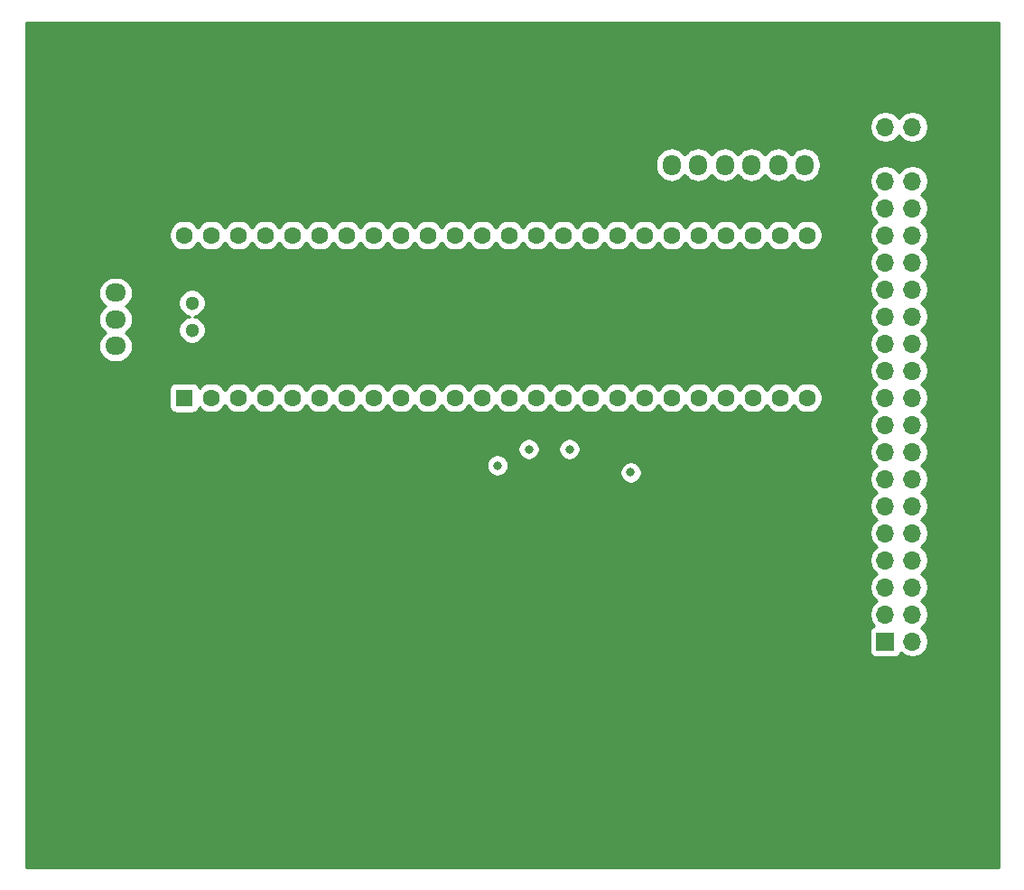
<source format=gbr>
%TF.GenerationSoftware,KiCad,Pcbnew,(5.1.9)-1*%
%TF.CreationDate,2021-07-27T18:32:55+10:00*%
%TF.ProjectId,RedPyKeeb_MCU,52656450-794b-4656-9562-5f4d43552e6b,rev?*%
%TF.SameCoordinates,Original*%
%TF.FileFunction,Copper,L2,Inr*%
%TF.FilePolarity,Positive*%
%FSLAX46Y46*%
G04 Gerber Fmt 4.6, Leading zero omitted, Abs format (unit mm)*
G04 Created by KiCad (PCBNEW (5.1.9)-1) date 2021-07-27 18:32:55*
%MOMM*%
%LPD*%
G01*
G04 APERTURE LIST*
%TA.AperFunction,ComponentPad*%
%ADD10O,1.700000X1.950000*%
%TD*%
%TA.AperFunction,ComponentPad*%
%ADD11O,1.950000X1.700000*%
%TD*%
%TA.AperFunction,ComponentPad*%
%ADD12C,1.600000*%
%TD*%
%TA.AperFunction,ComponentPad*%
%ADD13R,1.600000X1.600000*%
%TD*%
%TA.AperFunction,ComponentPad*%
%ADD14C,1.300000*%
%TD*%
%TA.AperFunction,ComponentPad*%
%ADD15R,1.700000X1.700000*%
%TD*%
%TA.AperFunction,ComponentPad*%
%ADD16O,1.700000X1.700000*%
%TD*%
%TA.AperFunction,ViaPad*%
%ADD17C,0.800000*%
%TD*%
%TA.AperFunction,Conductor*%
%ADD18C,0.254000*%
%TD*%
%TA.AperFunction,Conductor*%
%ADD19C,0.100000*%
%TD*%
G04 APERTURE END LIST*
D10*
%TO.N,Net-(J2-Pad7)*%
%TO.C,J2*%
X92470000Y-30988000D03*
%TO.N,Net-(J2-Pad6)*%
X89970000Y-30988000D03*
%TO.N,Net-(J2-Pad5)*%
X87470000Y-30988000D03*
%TO.N,Net-(J2-Pad4)*%
X84970000Y-30988000D03*
%TO.N,Net-(J2-Pad3)*%
X82470000Y-30988000D03*
%TO.N,GNDPWR*%
X79970000Y-30988000D03*
%TO.N,MAIN_VBUS*%
%TA.AperFunction,ComponentPad*%
G36*
G01*
X76620000Y-31713000D02*
X76620000Y-30263000D01*
G75*
G02*
X76870000Y-30013000I250000J0D01*
G01*
X78070000Y-30013000D01*
G75*
G02*
X78320000Y-30263000I0J-250000D01*
G01*
X78320000Y-31713000D01*
G75*
G02*
X78070000Y-31963000I-250000J0D01*
G01*
X76870000Y-31963000D01*
G75*
G02*
X76620000Y-31713000I0J250000D01*
G01*
G37*
%TD.AperFunction*%
%TD*%
D11*
%TO.N,GNDPWR*%
%TO.C,J0*%
X27838400Y-42995200D03*
%TO.N,USB_DN*%
X27838400Y-45495200D03*
%TO.N,USB_DP*%
X27838400Y-47995200D03*
%TO.N,MAIN_VBUS*%
%TA.AperFunction,ComponentPad*%
G36*
G01*
X28563400Y-51345200D02*
X27113400Y-51345200D01*
G75*
G02*
X26863400Y-51095200I0J250000D01*
G01*
X26863400Y-49895200D01*
G75*
G02*
X27113400Y-49645200I250000J0D01*
G01*
X28563400Y-49645200D01*
G75*
G02*
X28813400Y-49895200I0J-250000D01*
G01*
X28813400Y-51095200D01*
G75*
G02*
X28563400Y-51345200I-250000J0D01*
G01*
G37*
%TD.AperFunction*%
%TD*%
D12*
%TO.N,MAIN_VBUS*%
%TO.C,U0*%
X36830000Y-40132000D03*
%TO.N,Net-(U0-Pad48)*%
X34290000Y-37592000D03*
%TO.N,GNDPWR*%
X36830000Y-37592000D03*
%TO.N,Net-(U0-Pad46)*%
X39370000Y-37592000D03*
%TO.N,KEY_COL12*%
X41910000Y-37592000D03*
%TO.N,KEY_COL13*%
X44450000Y-37592000D03*
%TO.N,KEY_COL14*%
X46990000Y-37592000D03*
%TO.N,KEY_COL15*%
X49530000Y-37592000D03*
%TO.N,KEY_COL16*%
X52070000Y-37592000D03*
%TO.N,KEY_COL17*%
X54610000Y-37592000D03*
%TO.N,KEY_COL20*%
X57150000Y-37592000D03*
%TO.N,KEY_COL19*%
X59690000Y-37592000D03*
%TO.N,KEY_COL18*%
X62230000Y-37592000D03*
%TO.N,Net-(U0-Pad36)*%
X64770000Y-37592000D03*
%TO.N,LED_SCL_ROW0_MCU*%
X67310000Y-37592000D03*
D13*
%TO.N,Net-(U0-Pad1)*%
X34290000Y-52832000D03*
D12*
%TO.N,KEY_ROW0*%
X36830000Y-52832000D03*
%TO.N,KEY_ROW1*%
X39370000Y-52832000D03*
%TO.N,KEY_ROW2*%
X41910000Y-52832000D03*
%TO.N,KEY_ROW3*%
X44450000Y-52832000D03*
%TO.N,KEY_ROW4*%
X46990000Y-52832000D03*
%TO.N,KEY_ROW5*%
X49530000Y-52832000D03*
%TO.N,KEY_ROW6*%
X52070000Y-52832000D03*
%TO.N,KEY_COL0*%
X54610000Y-52832000D03*
%TO.N,KEY_COL1*%
X57150000Y-52832000D03*
%TO.N,KEY_COL2*%
X59690000Y-52832000D03*
%TO.N,KEY_COL3*%
X62230000Y-52832000D03*
%TO.N,LED_SDA_ROW0_MCU*%
X64770000Y-52832000D03*
%TO.N,Net-(U0-Pad34)*%
X69850000Y-37592000D03*
%TO.N,Net-(U0-Pad33)*%
X72390000Y-37592000D03*
%TO.N,Net-(U0-Pad32)*%
X74930000Y-37592000D03*
%TO.N,Net-(U0-Pad31)*%
X77470000Y-37592000D03*
%TO.N,Net-(U0-Pad30)*%
X80010000Y-37592000D03*
%TO.N,Net-(U0-Pad29)*%
X82550000Y-37592000D03*
%TO.N,Net-(U0-Pad28)*%
X85090000Y-37592000D03*
%TO.N,Net-(U0-Pad27)*%
X87630000Y-37592000D03*
%TO.N,Net-(U0-Pad26)*%
X90170000Y-37592000D03*
%TO.N,Net-(U0-Pad25)*%
X92710000Y-37592000D03*
%TO.N,KEY_COL11*%
X92710000Y-52832000D03*
%TO.N,KEY_COL10*%
X90170000Y-52832000D03*
%TO.N,KEY_COL9*%
X87630000Y-52832000D03*
%TO.N,KEY_COL8*%
X85090000Y-52832000D03*
%TO.N,KEY_COL4*%
X67310000Y-52832000D03*
%TO.N,33_REF*%
X69850000Y-52832000D03*
%TO.N,LED_SCL_STATUS0_MCU*%
X72390000Y-52832000D03*
%TO.N,KEY_COL7*%
X82550000Y-52832000D03*
%TO.N,KEY_COL6*%
X80010000Y-52832000D03*
%TO.N,KEY_COL5*%
X77470000Y-52832000D03*
%TO.N,LED_SDA_STATUS0_MCU*%
X74930000Y-52832000D03*
D14*
%TO.N,USB_DP*%
X35020000Y-46482000D03*
%TO.N,USB_DN*%
X35020000Y-43942000D03*
%TD*%
D15*
%TO.N,KEY_ROW0*%
%TO.C,J1*%
X100025200Y-75692000D03*
D16*
%TO.N,KEY_ROW1*%
X102565200Y-75692000D03*
%TO.N,KEY_ROW2*%
X100025200Y-73152000D03*
%TO.N,KEY_ROW3*%
X102565200Y-73152000D03*
%TO.N,KEY_ROW4*%
X100025200Y-70612000D03*
%TO.N,KEY_ROW5*%
X102565200Y-70612000D03*
%TO.N,KEY_ROW6*%
X100025200Y-68072000D03*
%TO.N,KEY_COL0*%
X102565200Y-68072000D03*
%TO.N,KEY_COL1*%
X100025200Y-65532000D03*
%TO.N,KEY_COL2*%
X102565200Y-65532000D03*
%TO.N,KEY_COL3*%
X100025200Y-62992000D03*
%TO.N,KEY_COL4*%
X102565200Y-62992000D03*
%TO.N,KEY_COL5*%
X100025200Y-60452000D03*
%TO.N,KEY_COL6*%
X102565200Y-60452000D03*
%TO.N,KEY_COL7*%
X100025200Y-57912000D03*
%TO.N,KEY_COL8*%
X102565200Y-57912000D03*
%TO.N,KEY_COL9*%
X100025200Y-55372000D03*
%TO.N,KEY_COL10*%
X102565200Y-55372000D03*
%TO.N,KEY_COL11*%
X100025200Y-52832000D03*
%TO.N,KEY_COL12*%
X102565200Y-52832000D03*
%TO.N,LED_SDA_ROW0*%
X100025200Y-50292000D03*
%TO.N,LED_SCL_ROW0*%
X102565200Y-50292000D03*
%TO.N,KEY_COL13*%
X100025200Y-47752000D03*
%TO.N,KEY_COL14*%
X102565200Y-47752000D03*
%TO.N,KEY_COL15*%
X100025200Y-45212000D03*
%TO.N,KEY_COL16*%
X102565200Y-45212000D03*
%TO.N,KEY_COL17*%
X100025200Y-42672000D03*
%TO.N,KEY_COL18*%
X102565200Y-42672000D03*
%TO.N,KEY_COL19*%
X100025200Y-40132000D03*
%TO.N,KEY_COL20*%
X102565200Y-40132000D03*
%TO.N,Net-(J1-Pad31)*%
X100025200Y-37592000D03*
%TO.N,Net-(J1-Pad32)*%
X102565200Y-37592000D03*
%TO.N,Net-(J1-Pad33)*%
X100025200Y-35052000D03*
%TO.N,Net-(J1-Pad34)*%
X102565200Y-35052000D03*
%TO.N,GNDPWR*%
X100025200Y-32512000D03*
X102565200Y-32512000D03*
%TO.N,MAIN_VBUS*%
X100025200Y-29972000D03*
X102565200Y-29972000D03*
%TO.N,LED_SDA_STATUS0*%
X100025200Y-27432000D03*
%TO.N,LED_SCL_STATUS0*%
X102565200Y-27432000D03*
%TD*%
D17*
%TO.N,GNDPWR*%
X63652400Y-59182000D03*
X76149200Y-59842400D03*
X66598800Y-57658000D03*
%TO.N,MAIN_VBUS*%
X76149200Y-63775500D03*
%TO.N,LED_SDA_ROW0_MCU*%
X70408800Y-57672200D03*
%TD*%
D18*
%TO.N,MAIN_VBUS*%
X110617000Y-96901000D02*
X19431000Y-96901000D01*
X19431000Y-74842000D01*
X98537128Y-74842000D01*
X98537128Y-76542000D01*
X98549388Y-76666482D01*
X98585698Y-76786180D01*
X98644663Y-76896494D01*
X98724015Y-76993185D01*
X98820706Y-77072537D01*
X98931020Y-77131502D01*
X99050718Y-77167812D01*
X99175200Y-77180072D01*
X100875200Y-77180072D01*
X100999682Y-77167812D01*
X101119380Y-77131502D01*
X101229694Y-77072537D01*
X101326385Y-76993185D01*
X101405737Y-76896494D01*
X101464702Y-76786180D01*
X101486713Y-76713620D01*
X101618568Y-76845475D01*
X101861789Y-77007990D01*
X102132042Y-77119932D01*
X102418940Y-77177000D01*
X102711460Y-77177000D01*
X102998358Y-77119932D01*
X103268611Y-77007990D01*
X103511832Y-76845475D01*
X103718675Y-76638632D01*
X103881190Y-76395411D01*
X103993132Y-76125158D01*
X104050200Y-75838260D01*
X104050200Y-75545740D01*
X103993132Y-75258842D01*
X103881190Y-74988589D01*
X103718675Y-74745368D01*
X103511832Y-74538525D01*
X103337440Y-74422000D01*
X103511832Y-74305475D01*
X103718675Y-74098632D01*
X103881190Y-73855411D01*
X103993132Y-73585158D01*
X104050200Y-73298260D01*
X104050200Y-73005740D01*
X103993132Y-72718842D01*
X103881190Y-72448589D01*
X103718675Y-72205368D01*
X103511832Y-71998525D01*
X103337440Y-71882000D01*
X103511832Y-71765475D01*
X103718675Y-71558632D01*
X103881190Y-71315411D01*
X103993132Y-71045158D01*
X104050200Y-70758260D01*
X104050200Y-70465740D01*
X103993132Y-70178842D01*
X103881190Y-69908589D01*
X103718675Y-69665368D01*
X103511832Y-69458525D01*
X103337440Y-69342000D01*
X103511832Y-69225475D01*
X103718675Y-69018632D01*
X103881190Y-68775411D01*
X103993132Y-68505158D01*
X104050200Y-68218260D01*
X104050200Y-67925740D01*
X103993132Y-67638842D01*
X103881190Y-67368589D01*
X103718675Y-67125368D01*
X103511832Y-66918525D01*
X103337440Y-66802000D01*
X103511832Y-66685475D01*
X103718675Y-66478632D01*
X103881190Y-66235411D01*
X103993132Y-65965158D01*
X104050200Y-65678260D01*
X104050200Y-65385740D01*
X103993132Y-65098842D01*
X103881190Y-64828589D01*
X103718675Y-64585368D01*
X103511832Y-64378525D01*
X103337440Y-64262000D01*
X103511832Y-64145475D01*
X103718675Y-63938632D01*
X103881190Y-63695411D01*
X103993132Y-63425158D01*
X104050200Y-63138260D01*
X104050200Y-62845740D01*
X103993132Y-62558842D01*
X103881190Y-62288589D01*
X103718675Y-62045368D01*
X103511832Y-61838525D01*
X103337440Y-61722000D01*
X103511832Y-61605475D01*
X103718675Y-61398632D01*
X103881190Y-61155411D01*
X103993132Y-60885158D01*
X104050200Y-60598260D01*
X104050200Y-60305740D01*
X103993132Y-60018842D01*
X103881190Y-59748589D01*
X103718675Y-59505368D01*
X103511832Y-59298525D01*
X103337440Y-59182000D01*
X103511832Y-59065475D01*
X103718675Y-58858632D01*
X103881190Y-58615411D01*
X103993132Y-58345158D01*
X104050200Y-58058260D01*
X104050200Y-57765740D01*
X103993132Y-57478842D01*
X103881190Y-57208589D01*
X103718675Y-56965368D01*
X103511832Y-56758525D01*
X103337440Y-56642000D01*
X103511832Y-56525475D01*
X103718675Y-56318632D01*
X103881190Y-56075411D01*
X103993132Y-55805158D01*
X104050200Y-55518260D01*
X104050200Y-55225740D01*
X103993132Y-54938842D01*
X103881190Y-54668589D01*
X103718675Y-54425368D01*
X103511832Y-54218525D01*
X103337440Y-54102000D01*
X103511832Y-53985475D01*
X103718675Y-53778632D01*
X103881190Y-53535411D01*
X103993132Y-53265158D01*
X104050200Y-52978260D01*
X104050200Y-52685740D01*
X103993132Y-52398842D01*
X103881190Y-52128589D01*
X103718675Y-51885368D01*
X103511832Y-51678525D01*
X103337440Y-51562000D01*
X103511832Y-51445475D01*
X103718675Y-51238632D01*
X103881190Y-50995411D01*
X103993132Y-50725158D01*
X104050200Y-50438260D01*
X104050200Y-50145740D01*
X103993132Y-49858842D01*
X103881190Y-49588589D01*
X103718675Y-49345368D01*
X103511832Y-49138525D01*
X103337440Y-49022000D01*
X103511832Y-48905475D01*
X103718675Y-48698632D01*
X103881190Y-48455411D01*
X103993132Y-48185158D01*
X104050200Y-47898260D01*
X104050200Y-47605740D01*
X103993132Y-47318842D01*
X103881190Y-47048589D01*
X103718675Y-46805368D01*
X103511832Y-46598525D01*
X103337440Y-46482000D01*
X103511832Y-46365475D01*
X103718675Y-46158632D01*
X103881190Y-45915411D01*
X103993132Y-45645158D01*
X104050200Y-45358260D01*
X104050200Y-45065740D01*
X103993132Y-44778842D01*
X103881190Y-44508589D01*
X103718675Y-44265368D01*
X103511832Y-44058525D01*
X103337440Y-43942000D01*
X103511832Y-43825475D01*
X103718675Y-43618632D01*
X103881190Y-43375411D01*
X103993132Y-43105158D01*
X104050200Y-42818260D01*
X104050200Y-42525740D01*
X103993132Y-42238842D01*
X103881190Y-41968589D01*
X103718675Y-41725368D01*
X103511832Y-41518525D01*
X103337440Y-41402000D01*
X103511832Y-41285475D01*
X103718675Y-41078632D01*
X103881190Y-40835411D01*
X103993132Y-40565158D01*
X104050200Y-40278260D01*
X104050200Y-39985740D01*
X103993132Y-39698842D01*
X103881190Y-39428589D01*
X103718675Y-39185368D01*
X103511832Y-38978525D01*
X103337440Y-38862000D01*
X103511832Y-38745475D01*
X103718675Y-38538632D01*
X103881190Y-38295411D01*
X103993132Y-38025158D01*
X104050200Y-37738260D01*
X104050200Y-37445740D01*
X103993132Y-37158842D01*
X103881190Y-36888589D01*
X103718675Y-36645368D01*
X103511832Y-36438525D01*
X103337440Y-36322000D01*
X103511832Y-36205475D01*
X103718675Y-35998632D01*
X103881190Y-35755411D01*
X103993132Y-35485158D01*
X104050200Y-35198260D01*
X104050200Y-34905740D01*
X103993132Y-34618842D01*
X103881190Y-34348589D01*
X103718675Y-34105368D01*
X103511832Y-33898525D01*
X103337440Y-33782000D01*
X103511832Y-33665475D01*
X103718675Y-33458632D01*
X103881190Y-33215411D01*
X103993132Y-32945158D01*
X104050200Y-32658260D01*
X104050200Y-32365740D01*
X103993132Y-32078842D01*
X103881190Y-31808589D01*
X103718675Y-31565368D01*
X103511832Y-31358525D01*
X103268611Y-31196010D01*
X102998358Y-31084068D01*
X102711460Y-31027000D01*
X102418940Y-31027000D01*
X102132042Y-31084068D01*
X101861789Y-31196010D01*
X101618568Y-31358525D01*
X101411725Y-31565368D01*
X101295200Y-31739760D01*
X101178675Y-31565368D01*
X100971832Y-31358525D01*
X100728611Y-31196010D01*
X100458358Y-31084068D01*
X100171460Y-31027000D01*
X99878940Y-31027000D01*
X99592042Y-31084068D01*
X99321789Y-31196010D01*
X99078568Y-31358525D01*
X98871725Y-31565368D01*
X98709210Y-31808589D01*
X98597268Y-32078842D01*
X98540200Y-32365740D01*
X98540200Y-32658260D01*
X98597268Y-32945158D01*
X98709210Y-33215411D01*
X98871725Y-33458632D01*
X99078568Y-33665475D01*
X99252960Y-33782000D01*
X99078568Y-33898525D01*
X98871725Y-34105368D01*
X98709210Y-34348589D01*
X98597268Y-34618842D01*
X98540200Y-34905740D01*
X98540200Y-35198260D01*
X98597268Y-35485158D01*
X98709210Y-35755411D01*
X98871725Y-35998632D01*
X99078568Y-36205475D01*
X99252960Y-36322000D01*
X99078568Y-36438525D01*
X98871725Y-36645368D01*
X98709210Y-36888589D01*
X98597268Y-37158842D01*
X98540200Y-37445740D01*
X98540200Y-37738260D01*
X98597268Y-38025158D01*
X98709210Y-38295411D01*
X98871725Y-38538632D01*
X99078568Y-38745475D01*
X99252960Y-38862000D01*
X99078568Y-38978525D01*
X98871725Y-39185368D01*
X98709210Y-39428589D01*
X98597268Y-39698842D01*
X98540200Y-39985740D01*
X98540200Y-40278260D01*
X98597268Y-40565158D01*
X98709210Y-40835411D01*
X98871725Y-41078632D01*
X99078568Y-41285475D01*
X99252960Y-41402000D01*
X99078568Y-41518525D01*
X98871725Y-41725368D01*
X98709210Y-41968589D01*
X98597268Y-42238842D01*
X98540200Y-42525740D01*
X98540200Y-42818260D01*
X98597268Y-43105158D01*
X98709210Y-43375411D01*
X98871725Y-43618632D01*
X99078568Y-43825475D01*
X99252960Y-43942000D01*
X99078568Y-44058525D01*
X98871725Y-44265368D01*
X98709210Y-44508589D01*
X98597268Y-44778842D01*
X98540200Y-45065740D01*
X98540200Y-45358260D01*
X98597268Y-45645158D01*
X98709210Y-45915411D01*
X98871725Y-46158632D01*
X99078568Y-46365475D01*
X99252960Y-46482000D01*
X99078568Y-46598525D01*
X98871725Y-46805368D01*
X98709210Y-47048589D01*
X98597268Y-47318842D01*
X98540200Y-47605740D01*
X98540200Y-47898260D01*
X98597268Y-48185158D01*
X98709210Y-48455411D01*
X98871725Y-48698632D01*
X99078568Y-48905475D01*
X99252960Y-49022000D01*
X99078568Y-49138525D01*
X98871725Y-49345368D01*
X98709210Y-49588589D01*
X98597268Y-49858842D01*
X98540200Y-50145740D01*
X98540200Y-50438260D01*
X98597268Y-50725158D01*
X98709210Y-50995411D01*
X98871725Y-51238632D01*
X99078568Y-51445475D01*
X99252960Y-51562000D01*
X99078568Y-51678525D01*
X98871725Y-51885368D01*
X98709210Y-52128589D01*
X98597268Y-52398842D01*
X98540200Y-52685740D01*
X98540200Y-52978260D01*
X98597268Y-53265158D01*
X98709210Y-53535411D01*
X98871725Y-53778632D01*
X99078568Y-53985475D01*
X99252960Y-54102000D01*
X99078568Y-54218525D01*
X98871725Y-54425368D01*
X98709210Y-54668589D01*
X98597268Y-54938842D01*
X98540200Y-55225740D01*
X98540200Y-55518260D01*
X98597268Y-55805158D01*
X98709210Y-56075411D01*
X98871725Y-56318632D01*
X99078568Y-56525475D01*
X99252960Y-56642000D01*
X99078568Y-56758525D01*
X98871725Y-56965368D01*
X98709210Y-57208589D01*
X98597268Y-57478842D01*
X98540200Y-57765740D01*
X98540200Y-58058260D01*
X98597268Y-58345158D01*
X98709210Y-58615411D01*
X98871725Y-58858632D01*
X99078568Y-59065475D01*
X99252960Y-59182000D01*
X99078568Y-59298525D01*
X98871725Y-59505368D01*
X98709210Y-59748589D01*
X98597268Y-60018842D01*
X98540200Y-60305740D01*
X98540200Y-60598260D01*
X98597268Y-60885158D01*
X98709210Y-61155411D01*
X98871725Y-61398632D01*
X99078568Y-61605475D01*
X99252960Y-61722000D01*
X99078568Y-61838525D01*
X98871725Y-62045368D01*
X98709210Y-62288589D01*
X98597268Y-62558842D01*
X98540200Y-62845740D01*
X98540200Y-63138260D01*
X98597268Y-63425158D01*
X98709210Y-63695411D01*
X98871725Y-63938632D01*
X99078568Y-64145475D01*
X99252960Y-64262000D01*
X99078568Y-64378525D01*
X98871725Y-64585368D01*
X98709210Y-64828589D01*
X98597268Y-65098842D01*
X98540200Y-65385740D01*
X98540200Y-65678260D01*
X98597268Y-65965158D01*
X98709210Y-66235411D01*
X98871725Y-66478632D01*
X99078568Y-66685475D01*
X99252960Y-66802000D01*
X99078568Y-66918525D01*
X98871725Y-67125368D01*
X98709210Y-67368589D01*
X98597268Y-67638842D01*
X98540200Y-67925740D01*
X98540200Y-68218260D01*
X98597268Y-68505158D01*
X98709210Y-68775411D01*
X98871725Y-69018632D01*
X99078568Y-69225475D01*
X99252960Y-69342000D01*
X99078568Y-69458525D01*
X98871725Y-69665368D01*
X98709210Y-69908589D01*
X98597268Y-70178842D01*
X98540200Y-70465740D01*
X98540200Y-70758260D01*
X98597268Y-71045158D01*
X98709210Y-71315411D01*
X98871725Y-71558632D01*
X99078568Y-71765475D01*
X99252960Y-71882000D01*
X99078568Y-71998525D01*
X98871725Y-72205368D01*
X98709210Y-72448589D01*
X98597268Y-72718842D01*
X98540200Y-73005740D01*
X98540200Y-73298260D01*
X98597268Y-73585158D01*
X98709210Y-73855411D01*
X98871725Y-74098632D01*
X99003580Y-74230487D01*
X98931020Y-74252498D01*
X98820706Y-74311463D01*
X98724015Y-74390815D01*
X98644663Y-74487506D01*
X98585698Y-74597820D01*
X98549388Y-74717518D01*
X98537128Y-74842000D01*
X19431000Y-74842000D01*
X19431000Y-59080061D01*
X62617400Y-59080061D01*
X62617400Y-59283939D01*
X62657174Y-59483898D01*
X62735195Y-59672256D01*
X62848463Y-59841774D01*
X62992626Y-59985937D01*
X63162144Y-60099205D01*
X63350502Y-60177226D01*
X63550461Y-60217000D01*
X63754339Y-60217000D01*
X63954298Y-60177226D01*
X64142656Y-60099205D01*
X64312174Y-59985937D01*
X64456337Y-59841774D01*
X64524031Y-59740461D01*
X75114200Y-59740461D01*
X75114200Y-59944339D01*
X75153974Y-60144298D01*
X75231995Y-60332656D01*
X75345263Y-60502174D01*
X75489426Y-60646337D01*
X75658944Y-60759605D01*
X75847302Y-60837626D01*
X76047261Y-60877400D01*
X76251139Y-60877400D01*
X76451098Y-60837626D01*
X76639456Y-60759605D01*
X76808974Y-60646337D01*
X76953137Y-60502174D01*
X77066405Y-60332656D01*
X77144426Y-60144298D01*
X77184200Y-59944339D01*
X77184200Y-59740461D01*
X77144426Y-59540502D01*
X77066405Y-59352144D01*
X76953137Y-59182626D01*
X76808974Y-59038463D01*
X76639456Y-58925195D01*
X76451098Y-58847174D01*
X76251139Y-58807400D01*
X76047261Y-58807400D01*
X75847302Y-58847174D01*
X75658944Y-58925195D01*
X75489426Y-59038463D01*
X75345263Y-59182626D01*
X75231995Y-59352144D01*
X75153974Y-59540502D01*
X75114200Y-59740461D01*
X64524031Y-59740461D01*
X64569605Y-59672256D01*
X64647626Y-59483898D01*
X64687400Y-59283939D01*
X64687400Y-59080061D01*
X64647626Y-58880102D01*
X64569605Y-58691744D01*
X64456337Y-58522226D01*
X64312174Y-58378063D01*
X64142656Y-58264795D01*
X63954298Y-58186774D01*
X63754339Y-58147000D01*
X63550461Y-58147000D01*
X63350502Y-58186774D01*
X63162144Y-58264795D01*
X62992626Y-58378063D01*
X62848463Y-58522226D01*
X62735195Y-58691744D01*
X62657174Y-58880102D01*
X62617400Y-59080061D01*
X19431000Y-59080061D01*
X19431000Y-57556061D01*
X65563800Y-57556061D01*
X65563800Y-57759939D01*
X65603574Y-57959898D01*
X65681595Y-58148256D01*
X65794863Y-58317774D01*
X65939026Y-58461937D01*
X66108544Y-58575205D01*
X66296902Y-58653226D01*
X66496861Y-58693000D01*
X66700739Y-58693000D01*
X66900698Y-58653226D01*
X67089056Y-58575205D01*
X67258574Y-58461937D01*
X67402737Y-58317774D01*
X67516005Y-58148256D01*
X67594026Y-57959898D01*
X67633800Y-57759939D01*
X67633800Y-57570261D01*
X69373800Y-57570261D01*
X69373800Y-57774139D01*
X69413574Y-57974098D01*
X69491595Y-58162456D01*
X69604863Y-58331974D01*
X69749026Y-58476137D01*
X69918544Y-58589405D01*
X70106902Y-58667426D01*
X70306861Y-58707200D01*
X70510739Y-58707200D01*
X70710698Y-58667426D01*
X70899056Y-58589405D01*
X71068574Y-58476137D01*
X71212737Y-58331974D01*
X71326005Y-58162456D01*
X71404026Y-57974098D01*
X71443800Y-57774139D01*
X71443800Y-57570261D01*
X71404026Y-57370302D01*
X71326005Y-57181944D01*
X71212737Y-57012426D01*
X71068574Y-56868263D01*
X70899056Y-56754995D01*
X70710698Y-56676974D01*
X70510739Y-56637200D01*
X70306861Y-56637200D01*
X70106902Y-56676974D01*
X69918544Y-56754995D01*
X69749026Y-56868263D01*
X69604863Y-57012426D01*
X69491595Y-57181944D01*
X69413574Y-57370302D01*
X69373800Y-57570261D01*
X67633800Y-57570261D01*
X67633800Y-57556061D01*
X67594026Y-57356102D01*
X67516005Y-57167744D01*
X67402737Y-56998226D01*
X67258574Y-56854063D01*
X67089056Y-56740795D01*
X66900698Y-56662774D01*
X66700739Y-56623000D01*
X66496861Y-56623000D01*
X66296902Y-56662774D01*
X66108544Y-56740795D01*
X65939026Y-56854063D01*
X65794863Y-56998226D01*
X65681595Y-57167744D01*
X65603574Y-57356102D01*
X65563800Y-57556061D01*
X19431000Y-57556061D01*
X19431000Y-52032000D01*
X32851928Y-52032000D01*
X32851928Y-53632000D01*
X32864188Y-53756482D01*
X32900498Y-53876180D01*
X32959463Y-53986494D01*
X33038815Y-54083185D01*
X33135506Y-54162537D01*
X33245820Y-54221502D01*
X33365518Y-54257812D01*
X33490000Y-54270072D01*
X35090000Y-54270072D01*
X35214482Y-54257812D01*
X35334180Y-54221502D01*
X35444494Y-54162537D01*
X35541185Y-54083185D01*
X35620537Y-53986494D01*
X35679502Y-53876180D01*
X35715812Y-53756482D01*
X35716643Y-53748039D01*
X35915241Y-53946637D01*
X36150273Y-54103680D01*
X36411426Y-54211853D01*
X36688665Y-54267000D01*
X36971335Y-54267000D01*
X37248574Y-54211853D01*
X37509727Y-54103680D01*
X37744759Y-53946637D01*
X37944637Y-53746759D01*
X38100000Y-53514241D01*
X38255363Y-53746759D01*
X38455241Y-53946637D01*
X38690273Y-54103680D01*
X38951426Y-54211853D01*
X39228665Y-54267000D01*
X39511335Y-54267000D01*
X39788574Y-54211853D01*
X40049727Y-54103680D01*
X40284759Y-53946637D01*
X40484637Y-53746759D01*
X40640000Y-53514241D01*
X40795363Y-53746759D01*
X40995241Y-53946637D01*
X41230273Y-54103680D01*
X41491426Y-54211853D01*
X41768665Y-54267000D01*
X42051335Y-54267000D01*
X42328574Y-54211853D01*
X42589727Y-54103680D01*
X42824759Y-53946637D01*
X43024637Y-53746759D01*
X43180000Y-53514241D01*
X43335363Y-53746759D01*
X43535241Y-53946637D01*
X43770273Y-54103680D01*
X44031426Y-54211853D01*
X44308665Y-54267000D01*
X44591335Y-54267000D01*
X44868574Y-54211853D01*
X45129727Y-54103680D01*
X45364759Y-53946637D01*
X45564637Y-53746759D01*
X45720000Y-53514241D01*
X45875363Y-53746759D01*
X46075241Y-53946637D01*
X46310273Y-54103680D01*
X46571426Y-54211853D01*
X46848665Y-54267000D01*
X47131335Y-54267000D01*
X47408574Y-54211853D01*
X47669727Y-54103680D01*
X47904759Y-53946637D01*
X48104637Y-53746759D01*
X48260000Y-53514241D01*
X48415363Y-53746759D01*
X48615241Y-53946637D01*
X48850273Y-54103680D01*
X49111426Y-54211853D01*
X49388665Y-54267000D01*
X49671335Y-54267000D01*
X49948574Y-54211853D01*
X50209727Y-54103680D01*
X50444759Y-53946637D01*
X50644637Y-53746759D01*
X50800000Y-53514241D01*
X50955363Y-53746759D01*
X51155241Y-53946637D01*
X51390273Y-54103680D01*
X51651426Y-54211853D01*
X51928665Y-54267000D01*
X52211335Y-54267000D01*
X52488574Y-54211853D01*
X52749727Y-54103680D01*
X52984759Y-53946637D01*
X53184637Y-53746759D01*
X53340000Y-53514241D01*
X53495363Y-53746759D01*
X53695241Y-53946637D01*
X53930273Y-54103680D01*
X54191426Y-54211853D01*
X54468665Y-54267000D01*
X54751335Y-54267000D01*
X55028574Y-54211853D01*
X55289727Y-54103680D01*
X55524759Y-53946637D01*
X55724637Y-53746759D01*
X55880000Y-53514241D01*
X56035363Y-53746759D01*
X56235241Y-53946637D01*
X56470273Y-54103680D01*
X56731426Y-54211853D01*
X57008665Y-54267000D01*
X57291335Y-54267000D01*
X57568574Y-54211853D01*
X57829727Y-54103680D01*
X58064759Y-53946637D01*
X58264637Y-53746759D01*
X58420000Y-53514241D01*
X58575363Y-53746759D01*
X58775241Y-53946637D01*
X59010273Y-54103680D01*
X59271426Y-54211853D01*
X59548665Y-54267000D01*
X59831335Y-54267000D01*
X60108574Y-54211853D01*
X60369727Y-54103680D01*
X60604759Y-53946637D01*
X60804637Y-53746759D01*
X60960000Y-53514241D01*
X61115363Y-53746759D01*
X61315241Y-53946637D01*
X61550273Y-54103680D01*
X61811426Y-54211853D01*
X62088665Y-54267000D01*
X62371335Y-54267000D01*
X62648574Y-54211853D01*
X62909727Y-54103680D01*
X63144759Y-53946637D01*
X63344637Y-53746759D01*
X63500000Y-53514241D01*
X63655363Y-53746759D01*
X63855241Y-53946637D01*
X64090273Y-54103680D01*
X64351426Y-54211853D01*
X64628665Y-54267000D01*
X64911335Y-54267000D01*
X65188574Y-54211853D01*
X65449727Y-54103680D01*
X65684759Y-53946637D01*
X65884637Y-53746759D01*
X66040000Y-53514241D01*
X66195363Y-53746759D01*
X66395241Y-53946637D01*
X66630273Y-54103680D01*
X66891426Y-54211853D01*
X67168665Y-54267000D01*
X67451335Y-54267000D01*
X67728574Y-54211853D01*
X67989727Y-54103680D01*
X68224759Y-53946637D01*
X68424637Y-53746759D01*
X68580000Y-53514241D01*
X68735363Y-53746759D01*
X68935241Y-53946637D01*
X69170273Y-54103680D01*
X69431426Y-54211853D01*
X69708665Y-54267000D01*
X69991335Y-54267000D01*
X70268574Y-54211853D01*
X70529727Y-54103680D01*
X70764759Y-53946637D01*
X70964637Y-53746759D01*
X71120000Y-53514241D01*
X71275363Y-53746759D01*
X71475241Y-53946637D01*
X71710273Y-54103680D01*
X71971426Y-54211853D01*
X72248665Y-54267000D01*
X72531335Y-54267000D01*
X72808574Y-54211853D01*
X73069727Y-54103680D01*
X73304759Y-53946637D01*
X73504637Y-53746759D01*
X73660000Y-53514241D01*
X73815363Y-53746759D01*
X74015241Y-53946637D01*
X74250273Y-54103680D01*
X74511426Y-54211853D01*
X74788665Y-54267000D01*
X75071335Y-54267000D01*
X75348574Y-54211853D01*
X75609727Y-54103680D01*
X75844759Y-53946637D01*
X76044637Y-53746759D01*
X76200000Y-53514241D01*
X76355363Y-53746759D01*
X76555241Y-53946637D01*
X76790273Y-54103680D01*
X77051426Y-54211853D01*
X77328665Y-54267000D01*
X77611335Y-54267000D01*
X77888574Y-54211853D01*
X78149727Y-54103680D01*
X78384759Y-53946637D01*
X78584637Y-53746759D01*
X78740000Y-53514241D01*
X78895363Y-53746759D01*
X79095241Y-53946637D01*
X79330273Y-54103680D01*
X79591426Y-54211853D01*
X79868665Y-54267000D01*
X80151335Y-54267000D01*
X80428574Y-54211853D01*
X80689727Y-54103680D01*
X80924759Y-53946637D01*
X81124637Y-53746759D01*
X81280000Y-53514241D01*
X81435363Y-53746759D01*
X81635241Y-53946637D01*
X81870273Y-54103680D01*
X82131426Y-54211853D01*
X82408665Y-54267000D01*
X82691335Y-54267000D01*
X82968574Y-54211853D01*
X83229727Y-54103680D01*
X83464759Y-53946637D01*
X83664637Y-53746759D01*
X83820000Y-53514241D01*
X83975363Y-53746759D01*
X84175241Y-53946637D01*
X84410273Y-54103680D01*
X84671426Y-54211853D01*
X84948665Y-54267000D01*
X85231335Y-54267000D01*
X85508574Y-54211853D01*
X85769727Y-54103680D01*
X86004759Y-53946637D01*
X86204637Y-53746759D01*
X86360000Y-53514241D01*
X86515363Y-53746759D01*
X86715241Y-53946637D01*
X86950273Y-54103680D01*
X87211426Y-54211853D01*
X87488665Y-54267000D01*
X87771335Y-54267000D01*
X88048574Y-54211853D01*
X88309727Y-54103680D01*
X88544759Y-53946637D01*
X88744637Y-53746759D01*
X88900000Y-53514241D01*
X89055363Y-53746759D01*
X89255241Y-53946637D01*
X89490273Y-54103680D01*
X89751426Y-54211853D01*
X90028665Y-54267000D01*
X90311335Y-54267000D01*
X90588574Y-54211853D01*
X90849727Y-54103680D01*
X91084759Y-53946637D01*
X91284637Y-53746759D01*
X91440000Y-53514241D01*
X91595363Y-53746759D01*
X91795241Y-53946637D01*
X92030273Y-54103680D01*
X92291426Y-54211853D01*
X92568665Y-54267000D01*
X92851335Y-54267000D01*
X93128574Y-54211853D01*
X93389727Y-54103680D01*
X93624759Y-53946637D01*
X93824637Y-53746759D01*
X93981680Y-53511727D01*
X94089853Y-53250574D01*
X94145000Y-52973335D01*
X94145000Y-52690665D01*
X94089853Y-52413426D01*
X93981680Y-52152273D01*
X93824637Y-51917241D01*
X93624759Y-51717363D01*
X93389727Y-51560320D01*
X93128574Y-51452147D01*
X92851335Y-51397000D01*
X92568665Y-51397000D01*
X92291426Y-51452147D01*
X92030273Y-51560320D01*
X91795241Y-51717363D01*
X91595363Y-51917241D01*
X91440000Y-52149759D01*
X91284637Y-51917241D01*
X91084759Y-51717363D01*
X90849727Y-51560320D01*
X90588574Y-51452147D01*
X90311335Y-51397000D01*
X90028665Y-51397000D01*
X89751426Y-51452147D01*
X89490273Y-51560320D01*
X89255241Y-51717363D01*
X89055363Y-51917241D01*
X88900000Y-52149759D01*
X88744637Y-51917241D01*
X88544759Y-51717363D01*
X88309727Y-51560320D01*
X88048574Y-51452147D01*
X87771335Y-51397000D01*
X87488665Y-51397000D01*
X87211426Y-51452147D01*
X86950273Y-51560320D01*
X86715241Y-51717363D01*
X86515363Y-51917241D01*
X86360000Y-52149759D01*
X86204637Y-51917241D01*
X86004759Y-51717363D01*
X85769727Y-51560320D01*
X85508574Y-51452147D01*
X85231335Y-51397000D01*
X84948665Y-51397000D01*
X84671426Y-51452147D01*
X84410273Y-51560320D01*
X84175241Y-51717363D01*
X83975363Y-51917241D01*
X83820000Y-52149759D01*
X83664637Y-51917241D01*
X83464759Y-51717363D01*
X83229727Y-51560320D01*
X82968574Y-51452147D01*
X82691335Y-51397000D01*
X82408665Y-51397000D01*
X82131426Y-51452147D01*
X81870273Y-51560320D01*
X81635241Y-51717363D01*
X81435363Y-51917241D01*
X81280000Y-52149759D01*
X81124637Y-51917241D01*
X80924759Y-51717363D01*
X80689727Y-51560320D01*
X80428574Y-51452147D01*
X80151335Y-51397000D01*
X79868665Y-51397000D01*
X79591426Y-51452147D01*
X79330273Y-51560320D01*
X79095241Y-51717363D01*
X78895363Y-51917241D01*
X78740000Y-52149759D01*
X78584637Y-51917241D01*
X78384759Y-51717363D01*
X78149727Y-51560320D01*
X77888574Y-51452147D01*
X77611335Y-51397000D01*
X77328665Y-51397000D01*
X77051426Y-51452147D01*
X76790273Y-51560320D01*
X76555241Y-51717363D01*
X76355363Y-51917241D01*
X76200000Y-52149759D01*
X76044637Y-51917241D01*
X75844759Y-51717363D01*
X75609727Y-51560320D01*
X75348574Y-51452147D01*
X75071335Y-51397000D01*
X74788665Y-51397000D01*
X74511426Y-51452147D01*
X74250273Y-51560320D01*
X74015241Y-51717363D01*
X73815363Y-51917241D01*
X73660000Y-52149759D01*
X73504637Y-51917241D01*
X73304759Y-51717363D01*
X73069727Y-51560320D01*
X72808574Y-51452147D01*
X72531335Y-51397000D01*
X72248665Y-51397000D01*
X71971426Y-51452147D01*
X71710273Y-51560320D01*
X71475241Y-51717363D01*
X71275363Y-51917241D01*
X71120000Y-52149759D01*
X70964637Y-51917241D01*
X70764759Y-51717363D01*
X70529727Y-51560320D01*
X70268574Y-51452147D01*
X69991335Y-51397000D01*
X69708665Y-51397000D01*
X69431426Y-51452147D01*
X69170273Y-51560320D01*
X68935241Y-51717363D01*
X68735363Y-51917241D01*
X68580000Y-52149759D01*
X68424637Y-51917241D01*
X68224759Y-51717363D01*
X67989727Y-51560320D01*
X67728574Y-51452147D01*
X67451335Y-51397000D01*
X67168665Y-51397000D01*
X66891426Y-51452147D01*
X66630273Y-51560320D01*
X66395241Y-51717363D01*
X66195363Y-51917241D01*
X66040000Y-52149759D01*
X65884637Y-51917241D01*
X65684759Y-51717363D01*
X65449727Y-51560320D01*
X65188574Y-51452147D01*
X64911335Y-51397000D01*
X64628665Y-51397000D01*
X64351426Y-51452147D01*
X64090273Y-51560320D01*
X63855241Y-51717363D01*
X63655363Y-51917241D01*
X63500000Y-52149759D01*
X63344637Y-51917241D01*
X63144759Y-51717363D01*
X62909727Y-51560320D01*
X62648574Y-51452147D01*
X62371335Y-51397000D01*
X62088665Y-51397000D01*
X61811426Y-51452147D01*
X61550273Y-51560320D01*
X61315241Y-51717363D01*
X61115363Y-51917241D01*
X60960000Y-52149759D01*
X60804637Y-51917241D01*
X60604759Y-51717363D01*
X60369727Y-51560320D01*
X60108574Y-51452147D01*
X59831335Y-51397000D01*
X59548665Y-51397000D01*
X59271426Y-51452147D01*
X59010273Y-51560320D01*
X58775241Y-51717363D01*
X58575363Y-51917241D01*
X58420000Y-52149759D01*
X58264637Y-51917241D01*
X58064759Y-51717363D01*
X57829727Y-51560320D01*
X57568574Y-51452147D01*
X57291335Y-51397000D01*
X57008665Y-51397000D01*
X56731426Y-51452147D01*
X56470273Y-51560320D01*
X56235241Y-51717363D01*
X56035363Y-51917241D01*
X55880000Y-52149759D01*
X55724637Y-51917241D01*
X55524759Y-51717363D01*
X55289727Y-51560320D01*
X55028574Y-51452147D01*
X54751335Y-51397000D01*
X54468665Y-51397000D01*
X54191426Y-51452147D01*
X53930273Y-51560320D01*
X53695241Y-51717363D01*
X53495363Y-51917241D01*
X53340000Y-52149759D01*
X53184637Y-51917241D01*
X52984759Y-51717363D01*
X52749727Y-51560320D01*
X52488574Y-51452147D01*
X52211335Y-51397000D01*
X51928665Y-51397000D01*
X51651426Y-51452147D01*
X51390273Y-51560320D01*
X51155241Y-51717363D01*
X50955363Y-51917241D01*
X50800000Y-52149759D01*
X50644637Y-51917241D01*
X50444759Y-51717363D01*
X50209727Y-51560320D01*
X49948574Y-51452147D01*
X49671335Y-51397000D01*
X49388665Y-51397000D01*
X49111426Y-51452147D01*
X48850273Y-51560320D01*
X48615241Y-51717363D01*
X48415363Y-51917241D01*
X48260000Y-52149759D01*
X48104637Y-51917241D01*
X47904759Y-51717363D01*
X47669727Y-51560320D01*
X47408574Y-51452147D01*
X47131335Y-51397000D01*
X46848665Y-51397000D01*
X46571426Y-51452147D01*
X46310273Y-51560320D01*
X46075241Y-51717363D01*
X45875363Y-51917241D01*
X45720000Y-52149759D01*
X45564637Y-51917241D01*
X45364759Y-51717363D01*
X45129727Y-51560320D01*
X44868574Y-51452147D01*
X44591335Y-51397000D01*
X44308665Y-51397000D01*
X44031426Y-51452147D01*
X43770273Y-51560320D01*
X43535241Y-51717363D01*
X43335363Y-51917241D01*
X43180000Y-52149759D01*
X43024637Y-51917241D01*
X42824759Y-51717363D01*
X42589727Y-51560320D01*
X42328574Y-51452147D01*
X42051335Y-51397000D01*
X41768665Y-51397000D01*
X41491426Y-51452147D01*
X41230273Y-51560320D01*
X40995241Y-51717363D01*
X40795363Y-51917241D01*
X40640000Y-52149759D01*
X40484637Y-51917241D01*
X40284759Y-51717363D01*
X40049727Y-51560320D01*
X39788574Y-51452147D01*
X39511335Y-51397000D01*
X39228665Y-51397000D01*
X38951426Y-51452147D01*
X38690273Y-51560320D01*
X38455241Y-51717363D01*
X38255363Y-51917241D01*
X38100000Y-52149759D01*
X37944637Y-51917241D01*
X37744759Y-51717363D01*
X37509727Y-51560320D01*
X37248574Y-51452147D01*
X36971335Y-51397000D01*
X36688665Y-51397000D01*
X36411426Y-51452147D01*
X36150273Y-51560320D01*
X35915241Y-51717363D01*
X35716643Y-51915961D01*
X35715812Y-51907518D01*
X35679502Y-51787820D01*
X35620537Y-51677506D01*
X35541185Y-51580815D01*
X35444494Y-51501463D01*
X35334180Y-51442498D01*
X35214482Y-51406188D01*
X35090000Y-51393928D01*
X33490000Y-51393928D01*
X33365518Y-51406188D01*
X33245820Y-51442498D01*
X33135506Y-51501463D01*
X33038815Y-51580815D01*
X32959463Y-51677506D01*
X32900498Y-51787820D01*
X32864188Y-51907518D01*
X32851928Y-52032000D01*
X19431000Y-52032000D01*
X19431000Y-42995200D01*
X26221215Y-42995200D01*
X26249887Y-43286311D01*
X26334801Y-43566234D01*
X26472694Y-43824214D01*
X26658266Y-44050334D01*
X26884386Y-44235906D01*
X26901774Y-44245200D01*
X26884386Y-44254494D01*
X26658266Y-44440066D01*
X26472694Y-44666186D01*
X26334801Y-44924166D01*
X26249887Y-45204089D01*
X26221215Y-45495200D01*
X26249887Y-45786311D01*
X26334801Y-46066234D01*
X26472694Y-46324214D01*
X26658266Y-46550334D01*
X26884386Y-46735906D01*
X26901774Y-46745200D01*
X26884386Y-46754494D01*
X26658266Y-46940066D01*
X26472694Y-47166186D01*
X26334801Y-47424166D01*
X26249887Y-47704089D01*
X26221215Y-47995200D01*
X26249887Y-48286311D01*
X26334801Y-48566234D01*
X26472694Y-48824214D01*
X26658266Y-49050334D01*
X26884386Y-49235906D01*
X27142366Y-49373799D01*
X27422289Y-49458713D01*
X27640450Y-49480200D01*
X28036350Y-49480200D01*
X28254511Y-49458713D01*
X28534434Y-49373799D01*
X28792414Y-49235906D01*
X29018534Y-49050334D01*
X29204106Y-48824214D01*
X29341999Y-48566234D01*
X29426913Y-48286311D01*
X29455585Y-47995200D01*
X29426913Y-47704089D01*
X29341999Y-47424166D01*
X29204106Y-47166186D01*
X29018534Y-46940066D01*
X28792414Y-46754494D01*
X28775026Y-46745200D01*
X28792414Y-46735906D01*
X29018534Y-46550334D01*
X29204106Y-46324214D01*
X29341999Y-46066234D01*
X29426913Y-45786311D01*
X29455585Y-45495200D01*
X29426913Y-45204089D01*
X29341999Y-44924166D01*
X29204106Y-44666186D01*
X29018534Y-44440066D01*
X28792414Y-44254494D01*
X28775026Y-44245200D01*
X28792414Y-44235906D01*
X29018534Y-44050334D01*
X29204106Y-43824214D01*
X29208796Y-43815439D01*
X33735000Y-43815439D01*
X33735000Y-44068561D01*
X33784381Y-44316821D01*
X33881247Y-44550676D01*
X34021875Y-44761140D01*
X34200860Y-44940125D01*
X34411324Y-45080753D01*
X34645179Y-45177619D01*
X34818027Y-45212000D01*
X34645179Y-45246381D01*
X34411324Y-45343247D01*
X34200860Y-45483875D01*
X34021875Y-45662860D01*
X33881247Y-45873324D01*
X33784381Y-46107179D01*
X33735000Y-46355439D01*
X33735000Y-46608561D01*
X33784381Y-46856821D01*
X33881247Y-47090676D01*
X34021875Y-47301140D01*
X34200860Y-47480125D01*
X34411324Y-47620753D01*
X34645179Y-47717619D01*
X34893439Y-47767000D01*
X35146561Y-47767000D01*
X35394821Y-47717619D01*
X35628676Y-47620753D01*
X35839140Y-47480125D01*
X36018125Y-47301140D01*
X36158753Y-47090676D01*
X36255619Y-46856821D01*
X36305000Y-46608561D01*
X36305000Y-46355439D01*
X36255619Y-46107179D01*
X36158753Y-45873324D01*
X36018125Y-45662860D01*
X35839140Y-45483875D01*
X35628676Y-45343247D01*
X35394821Y-45246381D01*
X35221973Y-45212000D01*
X35394821Y-45177619D01*
X35628676Y-45080753D01*
X35839140Y-44940125D01*
X36018125Y-44761140D01*
X36158753Y-44550676D01*
X36255619Y-44316821D01*
X36305000Y-44068561D01*
X36305000Y-43815439D01*
X36255619Y-43567179D01*
X36158753Y-43333324D01*
X36018125Y-43122860D01*
X35839140Y-42943875D01*
X35628676Y-42803247D01*
X35394821Y-42706381D01*
X35146561Y-42657000D01*
X34893439Y-42657000D01*
X34645179Y-42706381D01*
X34411324Y-42803247D01*
X34200860Y-42943875D01*
X34021875Y-43122860D01*
X33881247Y-43333324D01*
X33784381Y-43567179D01*
X33735000Y-43815439D01*
X29208796Y-43815439D01*
X29341999Y-43566234D01*
X29426913Y-43286311D01*
X29455585Y-42995200D01*
X29426913Y-42704089D01*
X29341999Y-42424166D01*
X29204106Y-42166186D01*
X29018534Y-41940066D01*
X28792414Y-41754494D01*
X28534434Y-41616601D01*
X28254511Y-41531687D01*
X28036350Y-41510200D01*
X27640450Y-41510200D01*
X27422289Y-41531687D01*
X27142366Y-41616601D01*
X26884386Y-41754494D01*
X26658266Y-41940066D01*
X26472694Y-42166186D01*
X26334801Y-42424166D01*
X26249887Y-42704089D01*
X26221215Y-42995200D01*
X19431000Y-42995200D01*
X19431000Y-37450665D01*
X32855000Y-37450665D01*
X32855000Y-37733335D01*
X32910147Y-38010574D01*
X33018320Y-38271727D01*
X33175363Y-38506759D01*
X33375241Y-38706637D01*
X33610273Y-38863680D01*
X33871426Y-38971853D01*
X34148665Y-39027000D01*
X34431335Y-39027000D01*
X34708574Y-38971853D01*
X34969727Y-38863680D01*
X35204759Y-38706637D01*
X35404637Y-38506759D01*
X35560000Y-38274241D01*
X35715363Y-38506759D01*
X35915241Y-38706637D01*
X36150273Y-38863680D01*
X36411426Y-38971853D01*
X36688665Y-39027000D01*
X36971335Y-39027000D01*
X37248574Y-38971853D01*
X37509727Y-38863680D01*
X37744759Y-38706637D01*
X37944637Y-38506759D01*
X38100000Y-38274241D01*
X38255363Y-38506759D01*
X38455241Y-38706637D01*
X38690273Y-38863680D01*
X38951426Y-38971853D01*
X39228665Y-39027000D01*
X39511335Y-39027000D01*
X39788574Y-38971853D01*
X40049727Y-38863680D01*
X40284759Y-38706637D01*
X40484637Y-38506759D01*
X40640000Y-38274241D01*
X40795363Y-38506759D01*
X40995241Y-38706637D01*
X41230273Y-38863680D01*
X41491426Y-38971853D01*
X41768665Y-39027000D01*
X42051335Y-39027000D01*
X42328574Y-38971853D01*
X42589727Y-38863680D01*
X42824759Y-38706637D01*
X43024637Y-38506759D01*
X43180000Y-38274241D01*
X43335363Y-38506759D01*
X43535241Y-38706637D01*
X43770273Y-38863680D01*
X44031426Y-38971853D01*
X44308665Y-39027000D01*
X44591335Y-39027000D01*
X44868574Y-38971853D01*
X45129727Y-38863680D01*
X45364759Y-38706637D01*
X45564637Y-38506759D01*
X45720000Y-38274241D01*
X45875363Y-38506759D01*
X46075241Y-38706637D01*
X46310273Y-38863680D01*
X46571426Y-38971853D01*
X46848665Y-39027000D01*
X47131335Y-39027000D01*
X47408574Y-38971853D01*
X47669727Y-38863680D01*
X47904759Y-38706637D01*
X48104637Y-38506759D01*
X48260000Y-38274241D01*
X48415363Y-38506759D01*
X48615241Y-38706637D01*
X48850273Y-38863680D01*
X49111426Y-38971853D01*
X49388665Y-39027000D01*
X49671335Y-39027000D01*
X49948574Y-38971853D01*
X50209727Y-38863680D01*
X50444759Y-38706637D01*
X50644637Y-38506759D01*
X50800000Y-38274241D01*
X50955363Y-38506759D01*
X51155241Y-38706637D01*
X51390273Y-38863680D01*
X51651426Y-38971853D01*
X51928665Y-39027000D01*
X52211335Y-39027000D01*
X52488574Y-38971853D01*
X52749727Y-38863680D01*
X52984759Y-38706637D01*
X53184637Y-38506759D01*
X53340000Y-38274241D01*
X53495363Y-38506759D01*
X53695241Y-38706637D01*
X53930273Y-38863680D01*
X54191426Y-38971853D01*
X54468665Y-39027000D01*
X54751335Y-39027000D01*
X55028574Y-38971853D01*
X55289727Y-38863680D01*
X55524759Y-38706637D01*
X55724637Y-38506759D01*
X55880000Y-38274241D01*
X56035363Y-38506759D01*
X56235241Y-38706637D01*
X56470273Y-38863680D01*
X56731426Y-38971853D01*
X57008665Y-39027000D01*
X57291335Y-39027000D01*
X57568574Y-38971853D01*
X57829727Y-38863680D01*
X58064759Y-38706637D01*
X58264637Y-38506759D01*
X58420000Y-38274241D01*
X58575363Y-38506759D01*
X58775241Y-38706637D01*
X59010273Y-38863680D01*
X59271426Y-38971853D01*
X59548665Y-39027000D01*
X59831335Y-39027000D01*
X60108574Y-38971853D01*
X60369727Y-38863680D01*
X60604759Y-38706637D01*
X60804637Y-38506759D01*
X60960000Y-38274241D01*
X61115363Y-38506759D01*
X61315241Y-38706637D01*
X61550273Y-38863680D01*
X61811426Y-38971853D01*
X62088665Y-39027000D01*
X62371335Y-39027000D01*
X62648574Y-38971853D01*
X62909727Y-38863680D01*
X63144759Y-38706637D01*
X63344637Y-38506759D01*
X63500000Y-38274241D01*
X63655363Y-38506759D01*
X63855241Y-38706637D01*
X64090273Y-38863680D01*
X64351426Y-38971853D01*
X64628665Y-39027000D01*
X64911335Y-39027000D01*
X65188574Y-38971853D01*
X65449727Y-38863680D01*
X65684759Y-38706637D01*
X65884637Y-38506759D01*
X66040000Y-38274241D01*
X66195363Y-38506759D01*
X66395241Y-38706637D01*
X66630273Y-38863680D01*
X66891426Y-38971853D01*
X67168665Y-39027000D01*
X67451335Y-39027000D01*
X67728574Y-38971853D01*
X67989727Y-38863680D01*
X68224759Y-38706637D01*
X68424637Y-38506759D01*
X68580000Y-38274241D01*
X68735363Y-38506759D01*
X68935241Y-38706637D01*
X69170273Y-38863680D01*
X69431426Y-38971853D01*
X69708665Y-39027000D01*
X69991335Y-39027000D01*
X70268574Y-38971853D01*
X70529727Y-38863680D01*
X70764759Y-38706637D01*
X70964637Y-38506759D01*
X71120000Y-38274241D01*
X71275363Y-38506759D01*
X71475241Y-38706637D01*
X71710273Y-38863680D01*
X71971426Y-38971853D01*
X72248665Y-39027000D01*
X72531335Y-39027000D01*
X72808574Y-38971853D01*
X73069727Y-38863680D01*
X73304759Y-38706637D01*
X73504637Y-38506759D01*
X73660000Y-38274241D01*
X73815363Y-38506759D01*
X74015241Y-38706637D01*
X74250273Y-38863680D01*
X74511426Y-38971853D01*
X74788665Y-39027000D01*
X75071335Y-39027000D01*
X75348574Y-38971853D01*
X75609727Y-38863680D01*
X75844759Y-38706637D01*
X76044637Y-38506759D01*
X76200000Y-38274241D01*
X76355363Y-38506759D01*
X76555241Y-38706637D01*
X76790273Y-38863680D01*
X77051426Y-38971853D01*
X77328665Y-39027000D01*
X77611335Y-39027000D01*
X77888574Y-38971853D01*
X78149727Y-38863680D01*
X78384759Y-38706637D01*
X78584637Y-38506759D01*
X78740000Y-38274241D01*
X78895363Y-38506759D01*
X79095241Y-38706637D01*
X79330273Y-38863680D01*
X79591426Y-38971853D01*
X79868665Y-39027000D01*
X80151335Y-39027000D01*
X80428574Y-38971853D01*
X80689727Y-38863680D01*
X80924759Y-38706637D01*
X81124637Y-38506759D01*
X81280000Y-38274241D01*
X81435363Y-38506759D01*
X81635241Y-38706637D01*
X81870273Y-38863680D01*
X82131426Y-38971853D01*
X82408665Y-39027000D01*
X82691335Y-39027000D01*
X82968574Y-38971853D01*
X83229727Y-38863680D01*
X83464759Y-38706637D01*
X83664637Y-38506759D01*
X83820000Y-38274241D01*
X83975363Y-38506759D01*
X84175241Y-38706637D01*
X84410273Y-38863680D01*
X84671426Y-38971853D01*
X84948665Y-39027000D01*
X85231335Y-39027000D01*
X85508574Y-38971853D01*
X85769727Y-38863680D01*
X86004759Y-38706637D01*
X86204637Y-38506759D01*
X86360000Y-38274241D01*
X86515363Y-38506759D01*
X86715241Y-38706637D01*
X86950273Y-38863680D01*
X87211426Y-38971853D01*
X87488665Y-39027000D01*
X87771335Y-39027000D01*
X88048574Y-38971853D01*
X88309727Y-38863680D01*
X88544759Y-38706637D01*
X88744637Y-38506759D01*
X88900000Y-38274241D01*
X89055363Y-38506759D01*
X89255241Y-38706637D01*
X89490273Y-38863680D01*
X89751426Y-38971853D01*
X90028665Y-39027000D01*
X90311335Y-39027000D01*
X90588574Y-38971853D01*
X90849727Y-38863680D01*
X91084759Y-38706637D01*
X91284637Y-38506759D01*
X91440000Y-38274241D01*
X91595363Y-38506759D01*
X91795241Y-38706637D01*
X92030273Y-38863680D01*
X92291426Y-38971853D01*
X92568665Y-39027000D01*
X92851335Y-39027000D01*
X93128574Y-38971853D01*
X93389727Y-38863680D01*
X93624759Y-38706637D01*
X93824637Y-38506759D01*
X93981680Y-38271727D01*
X94089853Y-38010574D01*
X94145000Y-37733335D01*
X94145000Y-37450665D01*
X94089853Y-37173426D01*
X93981680Y-36912273D01*
X93824637Y-36677241D01*
X93624759Y-36477363D01*
X93389727Y-36320320D01*
X93128574Y-36212147D01*
X92851335Y-36157000D01*
X92568665Y-36157000D01*
X92291426Y-36212147D01*
X92030273Y-36320320D01*
X91795241Y-36477363D01*
X91595363Y-36677241D01*
X91440000Y-36909759D01*
X91284637Y-36677241D01*
X91084759Y-36477363D01*
X90849727Y-36320320D01*
X90588574Y-36212147D01*
X90311335Y-36157000D01*
X90028665Y-36157000D01*
X89751426Y-36212147D01*
X89490273Y-36320320D01*
X89255241Y-36477363D01*
X89055363Y-36677241D01*
X88900000Y-36909759D01*
X88744637Y-36677241D01*
X88544759Y-36477363D01*
X88309727Y-36320320D01*
X88048574Y-36212147D01*
X87771335Y-36157000D01*
X87488665Y-36157000D01*
X87211426Y-36212147D01*
X86950273Y-36320320D01*
X86715241Y-36477363D01*
X86515363Y-36677241D01*
X86360000Y-36909759D01*
X86204637Y-36677241D01*
X86004759Y-36477363D01*
X85769727Y-36320320D01*
X85508574Y-36212147D01*
X85231335Y-36157000D01*
X84948665Y-36157000D01*
X84671426Y-36212147D01*
X84410273Y-36320320D01*
X84175241Y-36477363D01*
X83975363Y-36677241D01*
X83820000Y-36909759D01*
X83664637Y-36677241D01*
X83464759Y-36477363D01*
X83229727Y-36320320D01*
X82968574Y-36212147D01*
X82691335Y-36157000D01*
X82408665Y-36157000D01*
X82131426Y-36212147D01*
X81870273Y-36320320D01*
X81635241Y-36477363D01*
X81435363Y-36677241D01*
X81280000Y-36909759D01*
X81124637Y-36677241D01*
X80924759Y-36477363D01*
X80689727Y-36320320D01*
X80428574Y-36212147D01*
X80151335Y-36157000D01*
X79868665Y-36157000D01*
X79591426Y-36212147D01*
X79330273Y-36320320D01*
X79095241Y-36477363D01*
X78895363Y-36677241D01*
X78740000Y-36909759D01*
X78584637Y-36677241D01*
X78384759Y-36477363D01*
X78149727Y-36320320D01*
X77888574Y-36212147D01*
X77611335Y-36157000D01*
X77328665Y-36157000D01*
X77051426Y-36212147D01*
X76790273Y-36320320D01*
X76555241Y-36477363D01*
X76355363Y-36677241D01*
X76200000Y-36909759D01*
X76044637Y-36677241D01*
X75844759Y-36477363D01*
X75609727Y-36320320D01*
X75348574Y-36212147D01*
X75071335Y-36157000D01*
X74788665Y-36157000D01*
X74511426Y-36212147D01*
X74250273Y-36320320D01*
X74015241Y-36477363D01*
X73815363Y-36677241D01*
X73660000Y-36909759D01*
X73504637Y-36677241D01*
X73304759Y-36477363D01*
X73069727Y-36320320D01*
X72808574Y-36212147D01*
X72531335Y-36157000D01*
X72248665Y-36157000D01*
X71971426Y-36212147D01*
X71710273Y-36320320D01*
X71475241Y-36477363D01*
X71275363Y-36677241D01*
X71120000Y-36909759D01*
X70964637Y-36677241D01*
X70764759Y-36477363D01*
X70529727Y-36320320D01*
X70268574Y-36212147D01*
X69991335Y-36157000D01*
X69708665Y-36157000D01*
X69431426Y-36212147D01*
X69170273Y-36320320D01*
X68935241Y-36477363D01*
X68735363Y-36677241D01*
X68580000Y-36909759D01*
X68424637Y-36677241D01*
X68224759Y-36477363D01*
X67989727Y-36320320D01*
X67728574Y-36212147D01*
X67451335Y-36157000D01*
X67168665Y-36157000D01*
X66891426Y-36212147D01*
X66630273Y-36320320D01*
X66395241Y-36477363D01*
X66195363Y-36677241D01*
X66040000Y-36909759D01*
X65884637Y-36677241D01*
X65684759Y-36477363D01*
X65449727Y-36320320D01*
X65188574Y-36212147D01*
X64911335Y-36157000D01*
X64628665Y-36157000D01*
X64351426Y-36212147D01*
X64090273Y-36320320D01*
X63855241Y-36477363D01*
X63655363Y-36677241D01*
X63500000Y-36909759D01*
X63344637Y-36677241D01*
X63144759Y-36477363D01*
X62909727Y-36320320D01*
X62648574Y-36212147D01*
X62371335Y-36157000D01*
X62088665Y-36157000D01*
X61811426Y-36212147D01*
X61550273Y-36320320D01*
X61315241Y-36477363D01*
X61115363Y-36677241D01*
X60960000Y-36909759D01*
X60804637Y-36677241D01*
X60604759Y-36477363D01*
X60369727Y-36320320D01*
X60108574Y-36212147D01*
X59831335Y-36157000D01*
X59548665Y-36157000D01*
X59271426Y-36212147D01*
X59010273Y-36320320D01*
X58775241Y-36477363D01*
X58575363Y-36677241D01*
X58420000Y-36909759D01*
X58264637Y-36677241D01*
X58064759Y-36477363D01*
X57829727Y-36320320D01*
X57568574Y-36212147D01*
X57291335Y-36157000D01*
X57008665Y-36157000D01*
X56731426Y-36212147D01*
X56470273Y-36320320D01*
X56235241Y-36477363D01*
X56035363Y-36677241D01*
X55880000Y-36909759D01*
X55724637Y-36677241D01*
X55524759Y-36477363D01*
X55289727Y-36320320D01*
X55028574Y-36212147D01*
X54751335Y-36157000D01*
X54468665Y-36157000D01*
X54191426Y-36212147D01*
X53930273Y-36320320D01*
X53695241Y-36477363D01*
X53495363Y-36677241D01*
X53340000Y-36909759D01*
X53184637Y-36677241D01*
X52984759Y-36477363D01*
X52749727Y-36320320D01*
X52488574Y-36212147D01*
X52211335Y-36157000D01*
X51928665Y-36157000D01*
X51651426Y-36212147D01*
X51390273Y-36320320D01*
X51155241Y-36477363D01*
X50955363Y-36677241D01*
X50800000Y-36909759D01*
X50644637Y-36677241D01*
X50444759Y-36477363D01*
X50209727Y-36320320D01*
X49948574Y-36212147D01*
X49671335Y-36157000D01*
X49388665Y-36157000D01*
X49111426Y-36212147D01*
X48850273Y-36320320D01*
X48615241Y-36477363D01*
X48415363Y-36677241D01*
X48260000Y-36909759D01*
X48104637Y-36677241D01*
X47904759Y-36477363D01*
X47669727Y-36320320D01*
X47408574Y-36212147D01*
X47131335Y-36157000D01*
X46848665Y-36157000D01*
X46571426Y-36212147D01*
X46310273Y-36320320D01*
X46075241Y-36477363D01*
X45875363Y-36677241D01*
X45720000Y-36909759D01*
X45564637Y-36677241D01*
X45364759Y-36477363D01*
X45129727Y-36320320D01*
X44868574Y-36212147D01*
X44591335Y-36157000D01*
X44308665Y-36157000D01*
X44031426Y-36212147D01*
X43770273Y-36320320D01*
X43535241Y-36477363D01*
X43335363Y-36677241D01*
X43180000Y-36909759D01*
X43024637Y-36677241D01*
X42824759Y-36477363D01*
X42589727Y-36320320D01*
X42328574Y-36212147D01*
X42051335Y-36157000D01*
X41768665Y-36157000D01*
X41491426Y-36212147D01*
X41230273Y-36320320D01*
X40995241Y-36477363D01*
X40795363Y-36677241D01*
X40640000Y-36909759D01*
X40484637Y-36677241D01*
X40284759Y-36477363D01*
X40049727Y-36320320D01*
X39788574Y-36212147D01*
X39511335Y-36157000D01*
X39228665Y-36157000D01*
X38951426Y-36212147D01*
X38690273Y-36320320D01*
X38455241Y-36477363D01*
X38255363Y-36677241D01*
X38100000Y-36909759D01*
X37944637Y-36677241D01*
X37744759Y-36477363D01*
X37509727Y-36320320D01*
X37248574Y-36212147D01*
X36971335Y-36157000D01*
X36688665Y-36157000D01*
X36411426Y-36212147D01*
X36150273Y-36320320D01*
X35915241Y-36477363D01*
X35715363Y-36677241D01*
X35560000Y-36909759D01*
X35404637Y-36677241D01*
X35204759Y-36477363D01*
X34969727Y-36320320D01*
X34708574Y-36212147D01*
X34431335Y-36157000D01*
X34148665Y-36157000D01*
X33871426Y-36212147D01*
X33610273Y-36320320D01*
X33375241Y-36477363D01*
X33175363Y-36677241D01*
X33018320Y-36912273D01*
X32910147Y-37173426D01*
X32855000Y-37450665D01*
X19431000Y-37450665D01*
X19431000Y-30790051D01*
X78485000Y-30790051D01*
X78485000Y-31185950D01*
X78506487Y-31404111D01*
X78591401Y-31684034D01*
X78729294Y-31942014D01*
X78914866Y-32168134D01*
X79140987Y-32353706D01*
X79398967Y-32491599D01*
X79678890Y-32576513D01*
X79970000Y-32605185D01*
X80261111Y-32576513D01*
X80541034Y-32491599D01*
X80799014Y-32353706D01*
X81025134Y-32168134D01*
X81210706Y-31942014D01*
X81220000Y-31924626D01*
X81229294Y-31942014D01*
X81414866Y-32168134D01*
X81640987Y-32353706D01*
X81898967Y-32491599D01*
X82178890Y-32576513D01*
X82470000Y-32605185D01*
X82761111Y-32576513D01*
X83041034Y-32491599D01*
X83299014Y-32353706D01*
X83525134Y-32168134D01*
X83710706Y-31942014D01*
X83720000Y-31924626D01*
X83729294Y-31942014D01*
X83914866Y-32168134D01*
X84140987Y-32353706D01*
X84398967Y-32491599D01*
X84678890Y-32576513D01*
X84970000Y-32605185D01*
X85261111Y-32576513D01*
X85541034Y-32491599D01*
X85799014Y-32353706D01*
X86025134Y-32168134D01*
X86210706Y-31942014D01*
X86220000Y-31924626D01*
X86229294Y-31942014D01*
X86414866Y-32168134D01*
X86640987Y-32353706D01*
X86898967Y-32491599D01*
X87178890Y-32576513D01*
X87470000Y-32605185D01*
X87761111Y-32576513D01*
X88041034Y-32491599D01*
X88299014Y-32353706D01*
X88525134Y-32168134D01*
X88710706Y-31942014D01*
X88720000Y-31924626D01*
X88729294Y-31942014D01*
X88914866Y-32168134D01*
X89140987Y-32353706D01*
X89398967Y-32491599D01*
X89678890Y-32576513D01*
X89970000Y-32605185D01*
X90261111Y-32576513D01*
X90541034Y-32491599D01*
X90799014Y-32353706D01*
X91025134Y-32168134D01*
X91210706Y-31942014D01*
X91220000Y-31924626D01*
X91229294Y-31942014D01*
X91414866Y-32168134D01*
X91640987Y-32353706D01*
X91898967Y-32491599D01*
X92178890Y-32576513D01*
X92470000Y-32605185D01*
X92761111Y-32576513D01*
X93041034Y-32491599D01*
X93299014Y-32353706D01*
X93525134Y-32168134D01*
X93710706Y-31942014D01*
X93848599Y-31684033D01*
X93933513Y-31404110D01*
X93955000Y-31185949D01*
X93955000Y-30790050D01*
X93933513Y-30571889D01*
X93848599Y-30291966D01*
X93710706Y-30033986D01*
X93525134Y-29807866D01*
X93299013Y-29622294D01*
X93041033Y-29484401D01*
X92761110Y-29399487D01*
X92470000Y-29370815D01*
X92178889Y-29399487D01*
X91898966Y-29484401D01*
X91640986Y-29622294D01*
X91414866Y-29807866D01*
X91229294Y-30033987D01*
X91220000Y-30051374D01*
X91210706Y-30033986D01*
X91025134Y-29807866D01*
X90799013Y-29622294D01*
X90541033Y-29484401D01*
X90261110Y-29399487D01*
X89970000Y-29370815D01*
X89678889Y-29399487D01*
X89398966Y-29484401D01*
X89140986Y-29622294D01*
X88914866Y-29807866D01*
X88729294Y-30033987D01*
X88720000Y-30051374D01*
X88710706Y-30033986D01*
X88525134Y-29807866D01*
X88299013Y-29622294D01*
X88041033Y-29484401D01*
X87761110Y-29399487D01*
X87470000Y-29370815D01*
X87178889Y-29399487D01*
X86898966Y-29484401D01*
X86640986Y-29622294D01*
X86414866Y-29807866D01*
X86229294Y-30033987D01*
X86220000Y-30051374D01*
X86210706Y-30033986D01*
X86025134Y-29807866D01*
X85799013Y-29622294D01*
X85541033Y-29484401D01*
X85261110Y-29399487D01*
X84970000Y-29370815D01*
X84678889Y-29399487D01*
X84398966Y-29484401D01*
X84140986Y-29622294D01*
X83914866Y-29807866D01*
X83729294Y-30033987D01*
X83720000Y-30051374D01*
X83710706Y-30033986D01*
X83525134Y-29807866D01*
X83299013Y-29622294D01*
X83041033Y-29484401D01*
X82761110Y-29399487D01*
X82470000Y-29370815D01*
X82178889Y-29399487D01*
X81898966Y-29484401D01*
X81640986Y-29622294D01*
X81414866Y-29807866D01*
X81229294Y-30033987D01*
X81220000Y-30051374D01*
X81210706Y-30033986D01*
X81025134Y-29807866D01*
X80799013Y-29622294D01*
X80541033Y-29484401D01*
X80261110Y-29399487D01*
X79970000Y-29370815D01*
X79678889Y-29399487D01*
X79398966Y-29484401D01*
X79140986Y-29622294D01*
X78914866Y-29807866D01*
X78729294Y-30033987D01*
X78591401Y-30291967D01*
X78506487Y-30571890D01*
X78485000Y-30790051D01*
X19431000Y-30790051D01*
X19431000Y-27285740D01*
X98540200Y-27285740D01*
X98540200Y-27578260D01*
X98597268Y-27865158D01*
X98709210Y-28135411D01*
X98871725Y-28378632D01*
X99078568Y-28585475D01*
X99321789Y-28747990D01*
X99592042Y-28859932D01*
X99878940Y-28917000D01*
X100171460Y-28917000D01*
X100458358Y-28859932D01*
X100728611Y-28747990D01*
X100971832Y-28585475D01*
X101178675Y-28378632D01*
X101295200Y-28204240D01*
X101411725Y-28378632D01*
X101618568Y-28585475D01*
X101861789Y-28747990D01*
X102132042Y-28859932D01*
X102418940Y-28917000D01*
X102711460Y-28917000D01*
X102998358Y-28859932D01*
X103268611Y-28747990D01*
X103511832Y-28585475D01*
X103718675Y-28378632D01*
X103881190Y-28135411D01*
X103993132Y-27865158D01*
X104050200Y-27578260D01*
X104050200Y-27285740D01*
X103993132Y-26998842D01*
X103881190Y-26728589D01*
X103718675Y-26485368D01*
X103511832Y-26278525D01*
X103268611Y-26116010D01*
X102998358Y-26004068D01*
X102711460Y-25947000D01*
X102418940Y-25947000D01*
X102132042Y-26004068D01*
X101861789Y-26116010D01*
X101618568Y-26278525D01*
X101411725Y-26485368D01*
X101295200Y-26659760D01*
X101178675Y-26485368D01*
X100971832Y-26278525D01*
X100728611Y-26116010D01*
X100458358Y-26004068D01*
X100171460Y-25947000D01*
X99878940Y-25947000D01*
X99592042Y-26004068D01*
X99321789Y-26116010D01*
X99078568Y-26278525D01*
X98871725Y-26485368D01*
X98709210Y-26728589D01*
X98597268Y-26998842D01*
X98540200Y-27285740D01*
X19431000Y-27285740D01*
X19431000Y-17653000D01*
X110617000Y-17653000D01*
X110617000Y-96901000D01*
%TA.AperFunction,Conductor*%
D19*
G36*
X110617000Y-96901000D02*
G01*
X19431000Y-96901000D01*
X19431000Y-74842000D01*
X98537128Y-74842000D01*
X98537128Y-76542000D01*
X98549388Y-76666482D01*
X98585698Y-76786180D01*
X98644663Y-76896494D01*
X98724015Y-76993185D01*
X98820706Y-77072537D01*
X98931020Y-77131502D01*
X99050718Y-77167812D01*
X99175200Y-77180072D01*
X100875200Y-77180072D01*
X100999682Y-77167812D01*
X101119380Y-77131502D01*
X101229694Y-77072537D01*
X101326385Y-76993185D01*
X101405737Y-76896494D01*
X101464702Y-76786180D01*
X101486713Y-76713620D01*
X101618568Y-76845475D01*
X101861789Y-77007990D01*
X102132042Y-77119932D01*
X102418940Y-77177000D01*
X102711460Y-77177000D01*
X102998358Y-77119932D01*
X103268611Y-77007990D01*
X103511832Y-76845475D01*
X103718675Y-76638632D01*
X103881190Y-76395411D01*
X103993132Y-76125158D01*
X104050200Y-75838260D01*
X104050200Y-75545740D01*
X103993132Y-75258842D01*
X103881190Y-74988589D01*
X103718675Y-74745368D01*
X103511832Y-74538525D01*
X103337440Y-74422000D01*
X103511832Y-74305475D01*
X103718675Y-74098632D01*
X103881190Y-73855411D01*
X103993132Y-73585158D01*
X104050200Y-73298260D01*
X104050200Y-73005740D01*
X103993132Y-72718842D01*
X103881190Y-72448589D01*
X103718675Y-72205368D01*
X103511832Y-71998525D01*
X103337440Y-71882000D01*
X103511832Y-71765475D01*
X103718675Y-71558632D01*
X103881190Y-71315411D01*
X103993132Y-71045158D01*
X104050200Y-70758260D01*
X104050200Y-70465740D01*
X103993132Y-70178842D01*
X103881190Y-69908589D01*
X103718675Y-69665368D01*
X103511832Y-69458525D01*
X103337440Y-69342000D01*
X103511832Y-69225475D01*
X103718675Y-69018632D01*
X103881190Y-68775411D01*
X103993132Y-68505158D01*
X104050200Y-68218260D01*
X104050200Y-67925740D01*
X103993132Y-67638842D01*
X103881190Y-67368589D01*
X103718675Y-67125368D01*
X103511832Y-66918525D01*
X103337440Y-66802000D01*
X103511832Y-66685475D01*
X103718675Y-66478632D01*
X103881190Y-66235411D01*
X103993132Y-65965158D01*
X104050200Y-65678260D01*
X104050200Y-65385740D01*
X103993132Y-65098842D01*
X103881190Y-64828589D01*
X103718675Y-64585368D01*
X103511832Y-64378525D01*
X103337440Y-64262000D01*
X103511832Y-64145475D01*
X103718675Y-63938632D01*
X103881190Y-63695411D01*
X103993132Y-63425158D01*
X104050200Y-63138260D01*
X104050200Y-62845740D01*
X103993132Y-62558842D01*
X103881190Y-62288589D01*
X103718675Y-62045368D01*
X103511832Y-61838525D01*
X103337440Y-61722000D01*
X103511832Y-61605475D01*
X103718675Y-61398632D01*
X103881190Y-61155411D01*
X103993132Y-60885158D01*
X104050200Y-60598260D01*
X104050200Y-60305740D01*
X103993132Y-60018842D01*
X103881190Y-59748589D01*
X103718675Y-59505368D01*
X103511832Y-59298525D01*
X103337440Y-59182000D01*
X103511832Y-59065475D01*
X103718675Y-58858632D01*
X103881190Y-58615411D01*
X103993132Y-58345158D01*
X104050200Y-58058260D01*
X104050200Y-57765740D01*
X103993132Y-57478842D01*
X103881190Y-57208589D01*
X103718675Y-56965368D01*
X103511832Y-56758525D01*
X103337440Y-56642000D01*
X103511832Y-56525475D01*
X103718675Y-56318632D01*
X103881190Y-56075411D01*
X103993132Y-55805158D01*
X104050200Y-55518260D01*
X104050200Y-55225740D01*
X103993132Y-54938842D01*
X103881190Y-54668589D01*
X103718675Y-54425368D01*
X103511832Y-54218525D01*
X103337440Y-54102000D01*
X103511832Y-53985475D01*
X103718675Y-53778632D01*
X103881190Y-53535411D01*
X103993132Y-53265158D01*
X104050200Y-52978260D01*
X104050200Y-52685740D01*
X103993132Y-52398842D01*
X103881190Y-52128589D01*
X103718675Y-51885368D01*
X103511832Y-51678525D01*
X103337440Y-51562000D01*
X103511832Y-51445475D01*
X103718675Y-51238632D01*
X103881190Y-50995411D01*
X103993132Y-50725158D01*
X104050200Y-50438260D01*
X104050200Y-50145740D01*
X103993132Y-49858842D01*
X103881190Y-49588589D01*
X103718675Y-49345368D01*
X103511832Y-49138525D01*
X103337440Y-49022000D01*
X103511832Y-48905475D01*
X103718675Y-48698632D01*
X103881190Y-48455411D01*
X103993132Y-48185158D01*
X104050200Y-47898260D01*
X104050200Y-47605740D01*
X103993132Y-47318842D01*
X103881190Y-47048589D01*
X103718675Y-46805368D01*
X103511832Y-46598525D01*
X103337440Y-46482000D01*
X103511832Y-46365475D01*
X103718675Y-46158632D01*
X103881190Y-45915411D01*
X103993132Y-45645158D01*
X104050200Y-45358260D01*
X104050200Y-45065740D01*
X103993132Y-44778842D01*
X103881190Y-44508589D01*
X103718675Y-44265368D01*
X103511832Y-44058525D01*
X103337440Y-43942000D01*
X103511832Y-43825475D01*
X103718675Y-43618632D01*
X103881190Y-43375411D01*
X103993132Y-43105158D01*
X104050200Y-42818260D01*
X104050200Y-42525740D01*
X103993132Y-42238842D01*
X103881190Y-41968589D01*
X103718675Y-41725368D01*
X103511832Y-41518525D01*
X103337440Y-41402000D01*
X103511832Y-41285475D01*
X103718675Y-41078632D01*
X103881190Y-40835411D01*
X103993132Y-40565158D01*
X104050200Y-40278260D01*
X104050200Y-39985740D01*
X103993132Y-39698842D01*
X103881190Y-39428589D01*
X103718675Y-39185368D01*
X103511832Y-38978525D01*
X103337440Y-38862000D01*
X103511832Y-38745475D01*
X103718675Y-38538632D01*
X103881190Y-38295411D01*
X103993132Y-38025158D01*
X104050200Y-37738260D01*
X104050200Y-37445740D01*
X103993132Y-37158842D01*
X103881190Y-36888589D01*
X103718675Y-36645368D01*
X103511832Y-36438525D01*
X103337440Y-36322000D01*
X103511832Y-36205475D01*
X103718675Y-35998632D01*
X103881190Y-35755411D01*
X103993132Y-35485158D01*
X104050200Y-35198260D01*
X104050200Y-34905740D01*
X103993132Y-34618842D01*
X103881190Y-34348589D01*
X103718675Y-34105368D01*
X103511832Y-33898525D01*
X103337440Y-33782000D01*
X103511832Y-33665475D01*
X103718675Y-33458632D01*
X103881190Y-33215411D01*
X103993132Y-32945158D01*
X104050200Y-32658260D01*
X104050200Y-32365740D01*
X103993132Y-32078842D01*
X103881190Y-31808589D01*
X103718675Y-31565368D01*
X103511832Y-31358525D01*
X103268611Y-31196010D01*
X102998358Y-31084068D01*
X102711460Y-31027000D01*
X102418940Y-31027000D01*
X102132042Y-31084068D01*
X101861789Y-31196010D01*
X101618568Y-31358525D01*
X101411725Y-31565368D01*
X101295200Y-31739760D01*
X101178675Y-31565368D01*
X100971832Y-31358525D01*
X100728611Y-31196010D01*
X100458358Y-31084068D01*
X100171460Y-31027000D01*
X99878940Y-31027000D01*
X99592042Y-31084068D01*
X99321789Y-31196010D01*
X99078568Y-31358525D01*
X98871725Y-31565368D01*
X98709210Y-31808589D01*
X98597268Y-32078842D01*
X98540200Y-32365740D01*
X98540200Y-32658260D01*
X98597268Y-32945158D01*
X98709210Y-33215411D01*
X98871725Y-33458632D01*
X99078568Y-33665475D01*
X99252960Y-33782000D01*
X99078568Y-33898525D01*
X98871725Y-34105368D01*
X98709210Y-34348589D01*
X98597268Y-34618842D01*
X98540200Y-34905740D01*
X98540200Y-35198260D01*
X98597268Y-35485158D01*
X98709210Y-35755411D01*
X98871725Y-35998632D01*
X99078568Y-36205475D01*
X99252960Y-36322000D01*
X99078568Y-36438525D01*
X98871725Y-36645368D01*
X98709210Y-36888589D01*
X98597268Y-37158842D01*
X98540200Y-37445740D01*
X98540200Y-37738260D01*
X98597268Y-38025158D01*
X98709210Y-38295411D01*
X98871725Y-38538632D01*
X99078568Y-38745475D01*
X99252960Y-38862000D01*
X99078568Y-38978525D01*
X98871725Y-39185368D01*
X98709210Y-39428589D01*
X98597268Y-39698842D01*
X98540200Y-39985740D01*
X98540200Y-40278260D01*
X98597268Y-40565158D01*
X98709210Y-40835411D01*
X98871725Y-41078632D01*
X99078568Y-41285475D01*
X99252960Y-41402000D01*
X99078568Y-41518525D01*
X98871725Y-41725368D01*
X98709210Y-41968589D01*
X98597268Y-42238842D01*
X98540200Y-42525740D01*
X98540200Y-42818260D01*
X98597268Y-43105158D01*
X98709210Y-43375411D01*
X98871725Y-43618632D01*
X99078568Y-43825475D01*
X99252960Y-43942000D01*
X99078568Y-44058525D01*
X98871725Y-44265368D01*
X98709210Y-44508589D01*
X98597268Y-44778842D01*
X98540200Y-45065740D01*
X98540200Y-45358260D01*
X98597268Y-45645158D01*
X98709210Y-45915411D01*
X98871725Y-46158632D01*
X99078568Y-46365475D01*
X99252960Y-46482000D01*
X99078568Y-46598525D01*
X98871725Y-46805368D01*
X98709210Y-47048589D01*
X98597268Y-47318842D01*
X98540200Y-47605740D01*
X98540200Y-47898260D01*
X98597268Y-48185158D01*
X98709210Y-48455411D01*
X98871725Y-48698632D01*
X99078568Y-48905475D01*
X99252960Y-49022000D01*
X99078568Y-49138525D01*
X98871725Y-49345368D01*
X98709210Y-49588589D01*
X98597268Y-49858842D01*
X98540200Y-50145740D01*
X98540200Y-50438260D01*
X98597268Y-50725158D01*
X98709210Y-50995411D01*
X98871725Y-51238632D01*
X99078568Y-51445475D01*
X99252960Y-51562000D01*
X99078568Y-51678525D01*
X98871725Y-51885368D01*
X98709210Y-52128589D01*
X98597268Y-52398842D01*
X98540200Y-52685740D01*
X98540200Y-52978260D01*
X98597268Y-53265158D01*
X98709210Y-53535411D01*
X98871725Y-53778632D01*
X99078568Y-53985475D01*
X99252960Y-54102000D01*
X99078568Y-54218525D01*
X98871725Y-54425368D01*
X98709210Y-54668589D01*
X98597268Y-54938842D01*
X98540200Y-55225740D01*
X98540200Y-55518260D01*
X98597268Y-55805158D01*
X98709210Y-56075411D01*
X98871725Y-56318632D01*
X99078568Y-56525475D01*
X99252960Y-56642000D01*
X99078568Y-56758525D01*
X98871725Y-56965368D01*
X98709210Y-57208589D01*
X98597268Y-57478842D01*
X98540200Y-57765740D01*
X98540200Y-58058260D01*
X98597268Y-58345158D01*
X98709210Y-58615411D01*
X98871725Y-58858632D01*
X99078568Y-59065475D01*
X99252960Y-59182000D01*
X99078568Y-59298525D01*
X98871725Y-59505368D01*
X98709210Y-59748589D01*
X98597268Y-60018842D01*
X98540200Y-60305740D01*
X98540200Y-60598260D01*
X98597268Y-60885158D01*
X98709210Y-61155411D01*
X98871725Y-61398632D01*
X99078568Y-61605475D01*
X99252960Y-61722000D01*
X99078568Y-61838525D01*
X98871725Y-62045368D01*
X98709210Y-62288589D01*
X98597268Y-62558842D01*
X98540200Y-62845740D01*
X98540200Y-63138260D01*
X98597268Y-63425158D01*
X98709210Y-63695411D01*
X98871725Y-63938632D01*
X99078568Y-64145475D01*
X99252960Y-64262000D01*
X99078568Y-64378525D01*
X98871725Y-64585368D01*
X98709210Y-64828589D01*
X98597268Y-65098842D01*
X98540200Y-65385740D01*
X98540200Y-65678260D01*
X98597268Y-65965158D01*
X98709210Y-66235411D01*
X98871725Y-66478632D01*
X99078568Y-66685475D01*
X99252960Y-66802000D01*
X99078568Y-66918525D01*
X98871725Y-67125368D01*
X98709210Y-67368589D01*
X98597268Y-67638842D01*
X98540200Y-67925740D01*
X98540200Y-68218260D01*
X98597268Y-68505158D01*
X98709210Y-68775411D01*
X98871725Y-69018632D01*
X99078568Y-69225475D01*
X99252960Y-69342000D01*
X99078568Y-69458525D01*
X98871725Y-69665368D01*
X98709210Y-69908589D01*
X98597268Y-70178842D01*
X98540200Y-70465740D01*
X98540200Y-70758260D01*
X98597268Y-71045158D01*
X98709210Y-71315411D01*
X98871725Y-71558632D01*
X99078568Y-71765475D01*
X99252960Y-71882000D01*
X99078568Y-71998525D01*
X98871725Y-72205368D01*
X98709210Y-72448589D01*
X98597268Y-72718842D01*
X98540200Y-73005740D01*
X98540200Y-73298260D01*
X98597268Y-73585158D01*
X98709210Y-73855411D01*
X98871725Y-74098632D01*
X99003580Y-74230487D01*
X98931020Y-74252498D01*
X98820706Y-74311463D01*
X98724015Y-74390815D01*
X98644663Y-74487506D01*
X98585698Y-74597820D01*
X98549388Y-74717518D01*
X98537128Y-74842000D01*
X19431000Y-74842000D01*
X19431000Y-59080061D01*
X62617400Y-59080061D01*
X62617400Y-59283939D01*
X62657174Y-59483898D01*
X62735195Y-59672256D01*
X62848463Y-59841774D01*
X62992626Y-59985937D01*
X63162144Y-60099205D01*
X63350502Y-60177226D01*
X63550461Y-60217000D01*
X63754339Y-60217000D01*
X63954298Y-60177226D01*
X64142656Y-60099205D01*
X64312174Y-59985937D01*
X64456337Y-59841774D01*
X64524031Y-59740461D01*
X75114200Y-59740461D01*
X75114200Y-59944339D01*
X75153974Y-60144298D01*
X75231995Y-60332656D01*
X75345263Y-60502174D01*
X75489426Y-60646337D01*
X75658944Y-60759605D01*
X75847302Y-60837626D01*
X76047261Y-60877400D01*
X76251139Y-60877400D01*
X76451098Y-60837626D01*
X76639456Y-60759605D01*
X76808974Y-60646337D01*
X76953137Y-60502174D01*
X77066405Y-60332656D01*
X77144426Y-60144298D01*
X77184200Y-59944339D01*
X77184200Y-59740461D01*
X77144426Y-59540502D01*
X77066405Y-59352144D01*
X76953137Y-59182626D01*
X76808974Y-59038463D01*
X76639456Y-58925195D01*
X76451098Y-58847174D01*
X76251139Y-58807400D01*
X76047261Y-58807400D01*
X75847302Y-58847174D01*
X75658944Y-58925195D01*
X75489426Y-59038463D01*
X75345263Y-59182626D01*
X75231995Y-59352144D01*
X75153974Y-59540502D01*
X75114200Y-59740461D01*
X64524031Y-59740461D01*
X64569605Y-59672256D01*
X64647626Y-59483898D01*
X64687400Y-59283939D01*
X64687400Y-59080061D01*
X64647626Y-58880102D01*
X64569605Y-58691744D01*
X64456337Y-58522226D01*
X64312174Y-58378063D01*
X64142656Y-58264795D01*
X63954298Y-58186774D01*
X63754339Y-58147000D01*
X63550461Y-58147000D01*
X63350502Y-58186774D01*
X63162144Y-58264795D01*
X62992626Y-58378063D01*
X62848463Y-58522226D01*
X62735195Y-58691744D01*
X62657174Y-58880102D01*
X62617400Y-59080061D01*
X19431000Y-59080061D01*
X19431000Y-57556061D01*
X65563800Y-57556061D01*
X65563800Y-57759939D01*
X65603574Y-57959898D01*
X65681595Y-58148256D01*
X65794863Y-58317774D01*
X65939026Y-58461937D01*
X66108544Y-58575205D01*
X66296902Y-58653226D01*
X66496861Y-58693000D01*
X66700739Y-58693000D01*
X66900698Y-58653226D01*
X67089056Y-58575205D01*
X67258574Y-58461937D01*
X67402737Y-58317774D01*
X67516005Y-58148256D01*
X67594026Y-57959898D01*
X67633800Y-57759939D01*
X67633800Y-57570261D01*
X69373800Y-57570261D01*
X69373800Y-57774139D01*
X69413574Y-57974098D01*
X69491595Y-58162456D01*
X69604863Y-58331974D01*
X69749026Y-58476137D01*
X69918544Y-58589405D01*
X70106902Y-58667426D01*
X70306861Y-58707200D01*
X70510739Y-58707200D01*
X70710698Y-58667426D01*
X70899056Y-58589405D01*
X71068574Y-58476137D01*
X71212737Y-58331974D01*
X71326005Y-58162456D01*
X71404026Y-57974098D01*
X71443800Y-57774139D01*
X71443800Y-57570261D01*
X71404026Y-57370302D01*
X71326005Y-57181944D01*
X71212737Y-57012426D01*
X71068574Y-56868263D01*
X70899056Y-56754995D01*
X70710698Y-56676974D01*
X70510739Y-56637200D01*
X70306861Y-56637200D01*
X70106902Y-56676974D01*
X69918544Y-56754995D01*
X69749026Y-56868263D01*
X69604863Y-57012426D01*
X69491595Y-57181944D01*
X69413574Y-57370302D01*
X69373800Y-57570261D01*
X67633800Y-57570261D01*
X67633800Y-57556061D01*
X67594026Y-57356102D01*
X67516005Y-57167744D01*
X67402737Y-56998226D01*
X67258574Y-56854063D01*
X67089056Y-56740795D01*
X66900698Y-56662774D01*
X66700739Y-56623000D01*
X66496861Y-56623000D01*
X66296902Y-56662774D01*
X66108544Y-56740795D01*
X65939026Y-56854063D01*
X65794863Y-56998226D01*
X65681595Y-57167744D01*
X65603574Y-57356102D01*
X65563800Y-57556061D01*
X19431000Y-57556061D01*
X19431000Y-52032000D01*
X32851928Y-52032000D01*
X32851928Y-53632000D01*
X32864188Y-53756482D01*
X32900498Y-53876180D01*
X32959463Y-53986494D01*
X33038815Y-54083185D01*
X33135506Y-54162537D01*
X33245820Y-54221502D01*
X33365518Y-54257812D01*
X33490000Y-54270072D01*
X35090000Y-54270072D01*
X35214482Y-54257812D01*
X35334180Y-54221502D01*
X35444494Y-54162537D01*
X35541185Y-54083185D01*
X35620537Y-53986494D01*
X35679502Y-53876180D01*
X35715812Y-53756482D01*
X35716643Y-53748039D01*
X35915241Y-53946637D01*
X36150273Y-54103680D01*
X36411426Y-54211853D01*
X36688665Y-54267000D01*
X36971335Y-54267000D01*
X37248574Y-54211853D01*
X37509727Y-54103680D01*
X37744759Y-53946637D01*
X37944637Y-53746759D01*
X38100000Y-53514241D01*
X38255363Y-53746759D01*
X38455241Y-53946637D01*
X38690273Y-54103680D01*
X38951426Y-54211853D01*
X39228665Y-54267000D01*
X39511335Y-54267000D01*
X39788574Y-54211853D01*
X40049727Y-54103680D01*
X40284759Y-53946637D01*
X40484637Y-53746759D01*
X40640000Y-53514241D01*
X40795363Y-53746759D01*
X40995241Y-53946637D01*
X41230273Y-54103680D01*
X41491426Y-54211853D01*
X41768665Y-54267000D01*
X42051335Y-54267000D01*
X42328574Y-54211853D01*
X42589727Y-54103680D01*
X42824759Y-53946637D01*
X43024637Y-53746759D01*
X43180000Y-53514241D01*
X43335363Y-53746759D01*
X43535241Y-53946637D01*
X43770273Y-54103680D01*
X44031426Y-54211853D01*
X44308665Y-54267000D01*
X44591335Y-54267000D01*
X44868574Y-54211853D01*
X45129727Y-54103680D01*
X45364759Y-53946637D01*
X45564637Y-53746759D01*
X45720000Y-53514241D01*
X45875363Y-53746759D01*
X46075241Y-53946637D01*
X46310273Y-54103680D01*
X46571426Y-54211853D01*
X46848665Y-54267000D01*
X47131335Y-54267000D01*
X47408574Y-54211853D01*
X47669727Y-54103680D01*
X47904759Y-53946637D01*
X48104637Y-53746759D01*
X48260000Y-53514241D01*
X48415363Y-53746759D01*
X48615241Y-53946637D01*
X48850273Y-54103680D01*
X49111426Y-54211853D01*
X49388665Y-54267000D01*
X49671335Y-54267000D01*
X49948574Y-54211853D01*
X50209727Y-54103680D01*
X50444759Y-53946637D01*
X50644637Y-53746759D01*
X50800000Y-53514241D01*
X50955363Y-53746759D01*
X51155241Y-53946637D01*
X51390273Y-54103680D01*
X51651426Y-54211853D01*
X51928665Y-54267000D01*
X52211335Y-54267000D01*
X52488574Y-54211853D01*
X52749727Y-54103680D01*
X52984759Y-53946637D01*
X53184637Y-53746759D01*
X53340000Y-53514241D01*
X53495363Y-53746759D01*
X53695241Y-53946637D01*
X53930273Y-54103680D01*
X54191426Y-54211853D01*
X54468665Y-54267000D01*
X54751335Y-54267000D01*
X55028574Y-54211853D01*
X55289727Y-54103680D01*
X55524759Y-53946637D01*
X55724637Y-53746759D01*
X55880000Y-53514241D01*
X56035363Y-53746759D01*
X56235241Y-53946637D01*
X56470273Y-54103680D01*
X56731426Y-54211853D01*
X57008665Y-54267000D01*
X57291335Y-54267000D01*
X57568574Y-54211853D01*
X57829727Y-54103680D01*
X58064759Y-53946637D01*
X58264637Y-53746759D01*
X58420000Y-53514241D01*
X58575363Y-53746759D01*
X58775241Y-53946637D01*
X59010273Y-54103680D01*
X59271426Y-54211853D01*
X59548665Y-54267000D01*
X59831335Y-54267000D01*
X60108574Y-54211853D01*
X60369727Y-54103680D01*
X60604759Y-53946637D01*
X60804637Y-53746759D01*
X60960000Y-53514241D01*
X61115363Y-53746759D01*
X61315241Y-53946637D01*
X61550273Y-54103680D01*
X61811426Y-54211853D01*
X62088665Y-54267000D01*
X62371335Y-54267000D01*
X62648574Y-54211853D01*
X62909727Y-54103680D01*
X63144759Y-53946637D01*
X63344637Y-53746759D01*
X63500000Y-53514241D01*
X63655363Y-53746759D01*
X63855241Y-53946637D01*
X64090273Y-54103680D01*
X64351426Y-54211853D01*
X64628665Y-54267000D01*
X64911335Y-54267000D01*
X65188574Y-54211853D01*
X65449727Y-54103680D01*
X65684759Y-53946637D01*
X65884637Y-53746759D01*
X66040000Y-53514241D01*
X66195363Y-53746759D01*
X66395241Y-53946637D01*
X66630273Y-54103680D01*
X66891426Y-54211853D01*
X67168665Y-54267000D01*
X67451335Y-54267000D01*
X67728574Y-54211853D01*
X67989727Y-54103680D01*
X68224759Y-53946637D01*
X68424637Y-53746759D01*
X68580000Y-53514241D01*
X68735363Y-53746759D01*
X68935241Y-53946637D01*
X69170273Y-54103680D01*
X69431426Y-54211853D01*
X69708665Y-54267000D01*
X69991335Y-54267000D01*
X70268574Y-54211853D01*
X70529727Y-54103680D01*
X70764759Y-53946637D01*
X70964637Y-53746759D01*
X71120000Y-53514241D01*
X71275363Y-53746759D01*
X71475241Y-53946637D01*
X71710273Y-54103680D01*
X71971426Y-54211853D01*
X72248665Y-54267000D01*
X72531335Y-54267000D01*
X72808574Y-54211853D01*
X73069727Y-54103680D01*
X73304759Y-53946637D01*
X73504637Y-53746759D01*
X73660000Y-53514241D01*
X73815363Y-53746759D01*
X74015241Y-53946637D01*
X74250273Y-54103680D01*
X74511426Y-54211853D01*
X74788665Y-54267000D01*
X75071335Y-54267000D01*
X75348574Y-54211853D01*
X75609727Y-54103680D01*
X75844759Y-53946637D01*
X76044637Y-53746759D01*
X76200000Y-53514241D01*
X76355363Y-53746759D01*
X76555241Y-53946637D01*
X76790273Y-54103680D01*
X77051426Y-54211853D01*
X77328665Y-54267000D01*
X77611335Y-54267000D01*
X77888574Y-54211853D01*
X78149727Y-54103680D01*
X78384759Y-53946637D01*
X78584637Y-53746759D01*
X78740000Y-53514241D01*
X78895363Y-53746759D01*
X79095241Y-53946637D01*
X79330273Y-54103680D01*
X79591426Y-54211853D01*
X79868665Y-54267000D01*
X80151335Y-54267000D01*
X80428574Y-54211853D01*
X80689727Y-54103680D01*
X80924759Y-53946637D01*
X81124637Y-53746759D01*
X81280000Y-53514241D01*
X81435363Y-53746759D01*
X81635241Y-53946637D01*
X81870273Y-54103680D01*
X82131426Y-54211853D01*
X82408665Y-54267000D01*
X82691335Y-54267000D01*
X82968574Y-54211853D01*
X83229727Y-54103680D01*
X83464759Y-53946637D01*
X83664637Y-53746759D01*
X83820000Y-53514241D01*
X83975363Y-53746759D01*
X84175241Y-53946637D01*
X84410273Y-54103680D01*
X84671426Y-54211853D01*
X84948665Y-54267000D01*
X85231335Y-54267000D01*
X85508574Y-54211853D01*
X85769727Y-54103680D01*
X86004759Y-53946637D01*
X86204637Y-53746759D01*
X86360000Y-53514241D01*
X86515363Y-53746759D01*
X86715241Y-53946637D01*
X86950273Y-54103680D01*
X87211426Y-54211853D01*
X87488665Y-54267000D01*
X87771335Y-54267000D01*
X88048574Y-54211853D01*
X88309727Y-54103680D01*
X88544759Y-53946637D01*
X88744637Y-53746759D01*
X88900000Y-53514241D01*
X89055363Y-53746759D01*
X89255241Y-53946637D01*
X89490273Y-54103680D01*
X89751426Y-54211853D01*
X90028665Y-54267000D01*
X90311335Y-54267000D01*
X90588574Y-54211853D01*
X90849727Y-54103680D01*
X91084759Y-53946637D01*
X91284637Y-53746759D01*
X91440000Y-53514241D01*
X91595363Y-53746759D01*
X91795241Y-53946637D01*
X92030273Y-54103680D01*
X92291426Y-54211853D01*
X92568665Y-54267000D01*
X92851335Y-54267000D01*
X93128574Y-54211853D01*
X93389727Y-54103680D01*
X93624759Y-53946637D01*
X93824637Y-53746759D01*
X93981680Y-53511727D01*
X94089853Y-53250574D01*
X94145000Y-52973335D01*
X94145000Y-52690665D01*
X94089853Y-52413426D01*
X93981680Y-52152273D01*
X93824637Y-51917241D01*
X93624759Y-51717363D01*
X93389727Y-51560320D01*
X93128574Y-51452147D01*
X92851335Y-51397000D01*
X92568665Y-51397000D01*
X92291426Y-51452147D01*
X92030273Y-51560320D01*
X91795241Y-51717363D01*
X91595363Y-51917241D01*
X91440000Y-52149759D01*
X91284637Y-51917241D01*
X91084759Y-51717363D01*
X90849727Y-51560320D01*
X90588574Y-51452147D01*
X90311335Y-51397000D01*
X90028665Y-51397000D01*
X89751426Y-51452147D01*
X89490273Y-51560320D01*
X89255241Y-51717363D01*
X89055363Y-51917241D01*
X88900000Y-52149759D01*
X88744637Y-51917241D01*
X88544759Y-51717363D01*
X88309727Y-51560320D01*
X88048574Y-51452147D01*
X87771335Y-51397000D01*
X87488665Y-51397000D01*
X87211426Y-51452147D01*
X86950273Y-51560320D01*
X86715241Y-51717363D01*
X86515363Y-51917241D01*
X86360000Y-52149759D01*
X86204637Y-51917241D01*
X86004759Y-51717363D01*
X85769727Y-51560320D01*
X85508574Y-51452147D01*
X85231335Y-51397000D01*
X84948665Y-51397000D01*
X84671426Y-51452147D01*
X84410273Y-51560320D01*
X84175241Y-51717363D01*
X83975363Y-51917241D01*
X83820000Y-52149759D01*
X83664637Y-51917241D01*
X83464759Y-51717363D01*
X83229727Y-51560320D01*
X82968574Y-51452147D01*
X82691335Y-51397000D01*
X82408665Y-51397000D01*
X82131426Y-51452147D01*
X81870273Y-51560320D01*
X81635241Y-51717363D01*
X81435363Y-51917241D01*
X81280000Y-52149759D01*
X81124637Y-51917241D01*
X80924759Y-51717363D01*
X80689727Y-51560320D01*
X80428574Y-51452147D01*
X80151335Y-51397000D01*
X79868665Y-51397000D01*
X79591426Y-51452147D01*
X79330273Y-51560320D01*
X79095241Y-51717363D01*
X78895363Y-51917241D01*
X78740000Y-52149759D01*
X78584637Y-51917241D01*
X78384759Y-51717363D01*
X78149727Y-51560320D01*
X77888574Y-51452147D01*
X77611335Y-51397000D01*
X77328665Y-51397000D01*
X77051426Y-51452147D01*
X76790273Y-51560320D01*
X76555241Y-51717363D01*
X76355363Y-51917241D01*
X76200000Y-52149759D01*
X76044637Y-51917241D01*
X75844759Y-51717363D01*
X75609727Y-51560320D01*
X75348574Y-51452147D01*
X75071335Y-51397000D01*
X74788665Y-51397000D01*
X74511426Y-51452147D01*
X74250273Y-51560320D01*
X74015241Y-51717363D01*
X73815363Y-51917241D01*
X73660000Y-52149759D01*
X73504637Y-51917241D01*
X73304759Y-51717363D01*
X73069727Y-51560320D01*
X72808574Y-51452147D01*
X72531335Y-51397000D01*
X72248665Y-51397000D01*
X71971426Y-51452147D01*
X71710273Y-51560320D01*
X71475241Y-51717363D01*
X71275363Y-51917241D01*
X71120000Y-52149759D01*
X70964637Y-51917241D01*
X70764759Y-51717363D01*
X70529727Y-51560320D01*
X70268574Y-51452147D01*
X69991335Y-51397000D01*
X69708665Y-51397000D01*
X69431426Y-51452147D01*
X69170273Y-51560320D01*
X68935241Y-51717363D01*
X68735363Y-51917241D01*
X68580000Y-52149759D01*
X68424637Y-51917241D01*
X68224759Y-51717363D01*
X67989727Y-51560320D01*
X67728574Y-51452147D01*
X67451335Y-51397000D01*
X67168665Y-51397000D01*
X66891426Y-51452147D01*
X66630273Y-51560320D01*
X66395241Y-51717363D01*
X66195363Y-51917241D01*
X66040000Y-52149759D01*
X65884637Y-51917241D01*
X65684759Y-51717363D01*
X65449727Y-51560320D01*
X65188574Y-51452147D01*
X64911335Y-51397000D01*
X64628665Y-51397000D01*
X64351426Y-51452147D01*
X64090273Y-51560320D01*
X63855241Y-51717363D01*
X63655363Y-51917241D01*
X63500000Y-52149759D01*
X63344637Y-51917241D01*
X63144759Y-51717363D01*
X62909727Y-51560320D01*
X62648574Y-51452147D01*
X62371335Y-51397000D01*
X62088665Y-51397000D01*
X61811426Y-51452147D01*
X61550273Y-51560320D01*
X61315241Y-51717363D01*
X61115363Y-51917241D01*
X60960000Y-52149759D01*
X60804637Y-51917241D01*
X60604759Y-51717363D01*
X60369727Y-51560320D01*
X60108574Y-51452147D01*
X59831335Y-51397000D01*
X59548665Y-51397000D01*
X59271426Y-51452147D01*
X59010273Y-51560320D01*
X58775241Y-51717363D01*
X58575363Y-51917241D01*
X58420000Y-52149759D01*
X58264637Y-51917241D01*
X58064759Y-51717363D01*
X57829727Y-51560320D01*
X57568574Y-51452147D01*
X57291335Y-51397000D01*
X57008665Y-51397000D01*
X56731426Y-51452147D01*
X56470273Y-51560320D01*
X56235241Y-51717363D01*
X56035363Y-51917241D01*
X55880000Y-52149759D01*
X55724637Y-51917241D01*
X55524759Y-51717363D01*
X55289727Y-51560320D01*
X55028574Y-51452147D01*
X54751335Y-51397000D01*
X54468665Y-51397000D01*
X54191426Y-51452147D01*
X53930273Y-51560320D01*
X53695241Y-51717363D01*
X53495363Y-51917241D01*
X53340000Y-52149759D01*
X53184637Y-51917241D01*
X52984759Y-51717363D01*
X52749727Y-51560320D01*
X52488574Y-51452147D01*
X52211335Y-51397000D01*
X51928665Y-51397000D01*
X51651426Y-51452147D01*
X51390273Y-51560320D01*
X51155241Y-51717363D01*
X50955363Y-51917241D01*
X50800000Y-52149759D01*
X50644637Y-51917241D01*
X50444759Y-51717363D01*
X50209727Y-51560320D01*
X49948574Y-51452147D01*
X49671335Y-51397000D01*
X49388665Y-51397000D01*
X49111426Y-51452147D01*
X48850273Y-51560320D01*
X48615241Y-51717363D01*
X48415363Y-51917241D01*
X48260000Y-52149759D01*
X48104637Y-51917241D01*
X47904759Y-51717363D01*
X47669727Y-51560320D01*
X47408574Y-51452147D01*
X47131335Y-51397000D01*
X46848665Y-51397000D01*
X46571426Y-51452147D01*
X46310273Y-51560320D01*
X46075241Y-51717363D01*
X45875363Y-51917241D01*
X45720000Y-52149759D01*
X45564637Y-51917241D01*
X45364759Y-51717363D01*
X45129727Y-51560320D01*
X44868574Y-51452147D01*
X44591335Y-51397000D01*
X44308665Y-51397000D01*
X44031426Y-51452147D01*
X43770273Y-51560320D01*
X43535241Y-51717363D01*
X43335363Y-51917241D01*
X43180000Y-52149759D01*
X43024637Y-51917241D01*
X42824759Y-51717363D01*
X42589727Y-51560320D01*
X42328574Y-51452147D01*
X42051335Y-51397000D01*
X41768665Y-51397000D01*
X41491426Y-51452147D01*
X41230273Y-51560320D01*
X40995241Y-51717363D01*
X40795363Y-51917241D01*
X40640000Y-52149759D01*
X40484637Y-51917241D01*
X40284759Y-51717363D01*
X40049727Y-51560320D01*
X39788574Y-51452147D01*
X39511335Y-51397000D01*
X39228665Y-51397000D01*
X38951426Y-51452147D01*
X38690273Y-51560320D01*
X38455241Y-51717363D01*
X38255363Y-51917241D01*
X38100000Y-52149759D01*
X37944637Y-51917241D01*
X37744759Y-51717363D01*
X37509727Y-51560320D01*
X37248574Y-51452147D01*
X36971335Y-51397000D01*
X36688665Y-51397000D01*
X36411426Y-51452147D01*
X36150273Y-51560320D01*
X35915241Y-51717363D01*
X35716643Y-51915961D01*
X35715812Y-51907518D01*
X35679502Y-51787820D01*
X35620537Y-51677506D01*
X35541185Y-51580815D01*
X35444494Y-51501463D01*
X35334180Y-51442498D01*
X35214482Y-51406188D01*
X35090000Y-51393928D01*
X33490000Y-51393928D01*
X33365518Y-51406188D01*
X33245820Y-51442498D01*
X33135506Y-51501463D01*
X33038815Y-51580815D01*
X32959463Y-51677506D01*
X32900498Y-51787820D01*
X32864188Y-51907518D01*
X32851928Y-52032000D01*
X19431000Y-52032000D01*
X19431000Y-42995200D01*
X26221215Y-42995200D01*
X26249887Y-43286311D01*
X26334801Y-43566234D01*
X26472694Y-43824214D01*
X26658266Y-44050334D01*
X26884386Y-44235906D01*
X26901774Y-44245200D01*
X26884386Y-44254494D01*
X26658266Y-44440066D01*
X26472694Y-44666186D01*
X26334801Y-44924166D01*
X26249887Y-45204089D01*
X26221215Y-45495200D01*
X26249887Y-45786311D01*
X26334801Y-46066234D01*
X26472694Y-46324214D01*
X26658266Y-46550334D01*
X26884386Y-46735906D01*
X26901774Y-46745200D01*
X26884386Y-46754494D01*
X26658266Y-46940066D01*
X26472694Y-47166186D01*
X26334801Y-47424166D01*
X26249887Y-47704089D01*
X26221215Y-47995200D01*
X26249887Y-48286311D01*
X26334801Y-48566234D01*
X26472694Y-48824214D01*
X26658266Y-49050334D01*
X26884386Y-49235906D01*
X27142366Y-49373799D01*
X27422289Y-49458713D01*
X27640450Y-49480200D01*
X28036350Y-49480200D01*
X28254511Y-49458713D01*
X28534434Y-49373799D01*
X28792414Y-49235906D01*
X29018534Y-49050334D01*
X29204106Y-48824214D01*
X29341999Y-48566234D01*
X29426913Y-48286311D01*
X29455585Y-47995200D01*
X29426913Y-47704089D01*
X29341999Y-47424166D01*
X29204106Y-47166186D01*
X29018534Y-46940066D01*
X28792414Y-46754494D01*
X28775026Y-46745200D01*
X28792414Y-46735906D01*
X29018534Y-46550334D01*
X29204106Y-46324214D01*
X29341999Y-46066234D01*
X29426913Y-45786311D01*
X29455585Y-45495200D01*
X29426913Y-45204089D01*
X29341999Y-44924166D01*
X29204106Y-44666186D01*
X29018534Y-44440066D01*
X28792414Y-44254494D01*
X28775026Y-44245200D01*
X28792414Y-44235906D01*
X29018534Y-44050334D01*
X29204106Y-43824214D01*
X29208796Y-43815439D01*
X33735000Y-43815439D01*
X33735000Y-44068561D01*
X33784381Y-44316821D01*
X33881247Y-44550676D01*
X34021875Y-44761140D01*
X34200860Y-44940125D01*
X34411324Y-45080753D01*
X34645179Y-45177619D01*
X34818027Y-45212000D01*
X34645179Y-45246381D01*
X34411324Y-45343247D01*
X34200860Y-45483875D01*
X34021875Y-45662860D01*
X33881247Y-45873324D01*
X33784381Y-46107179D01*
X33735000Y-46355439D01*
X33735000Y-46608561D01*
X33784381Y-46856821D01*
X33881247Y-47090676D01*
X34021875Y-47301140D01*
X34200860Y-47480125D01*
X34411324Y-47620753D01*
X34645179Y-47717619D01*
X34893439Y-47767000D01*
X35146561Y-47767000D01*
X35394821Y-47717619D01*
X35628676Y-47620753D01*
X35839140Y-47480125D01*
X36018125Y-47301140D01*
X36158753Y-47090676D01*
X36255619Y-46856821D01*
X36305000Y-46608561D01*
X36305000Y-46355439D01*
X36255619Y-46107179D01*
X36158753Y-45873324D01*
X36018125Y-45662860D01*
X35839140Y-45483875D01*
X35628676Y-45343247D01*
X35394821Y-45246381D01*
X35221973Y-45212000D01*
X35394821Y-45177619D01*
X35628676Y-45080753D01*
X35839140Y-44940125D01*
X36018125Y-44761140D01*
X36158753Y-44550676D01*
X36255619Y-44316821D01*
X36305000Y-44068561D01*
X36305000Y-43815439D01*
X36255619Y-43567179D01*
X36158753Y-43333324D01*
X36018125Y-43122860D01*
X35839140Y-42943875D01*
X35628676Y-42803247D01*
X35394821Y-42706381D01*
X35146561Y-42657000D01*
X34893439Y-42657000D01*
X34645179Y-42706381D01*
X34411324Y-42803247D01*
X34200860Y-42943875D01*
X34021875Y-43122860D01*
X33881247Y-43333324D01*
X33784381Y-43567179D01*
X33735000Y-43815439D01*
X29208796Y-43815439D01*
X29341999Y-43566234D01*
X29426913Y-43286311D01*
X29455585Y-42995200D01*
X29426913Y-42704089D01*
X29341999Y-42424166D01*
X29204106Y-42166186D01*
X29018534Y-41940066D01*
X28792414Y-41754494D01*
X28534434Y-41616601D01*
X28254511Y-41531687D01*
X28036350Y-41510200D01*
X27640450Y-41510200D01*
X27422289Y-41531687D01*
X27142366Y-41616601D01*
X26884386Y-41754494D01*
X26658266Y-41940066D01*
X26472694Y-42166186D01*
X26334801Y-42424166D01*
X26249887Y-42704089D01*
X26221215Y-42995200D01*
X19431000Y-42995200D01*
X19431000Y-37450665D01*
X32855000Y-37450665D01*
X32855000Y-37733335D01*
X32910147Y-38010574D01*
X33018320Y-38271727D01*
X33175363Y-38506759D01*
X33375241Y-38706637D01*
X33610273Y-38863680D01*
X33871426Y-38971853D01*
X34148665Y-39027000D01*
X34431335Y-39027000D01*
X34708574Y-38971853D01*
X34969727Y-38863680D01*
X35204759Y-38706637D01*
X35404637Y-38506759D01*
X35560000Y-38274241D01*
X35715363Y-38506759D01*
X35915241Y-38706637D01*
X36150273Y-38863680D01*
X36411426Y-38971853D01*
X36688665Y-39027000D01*
X36971335Y-39027000D01*
X37248574Y-38971853D01*
X37509727Y-38863680D01*
X37744759Y-38706637D01*
X37944637Y-38506759D01*
X38100000Y-38274241D01*
X38255363Y-38506759D01*
X38455241Y-38706637D01*
X38690273Y-38863680D01*
X38951426Y-38971853D01*
X39228665Y-39027000D01*
X39511335Y-39027000D01*
X39788574Y-38971853D01*
X40049727Y-38863680D01*
X40284759Y-38706637D01*
X40484637Y-38506759D01*
X40640000Y-38274241D01*
X40795363Y-38506759D01*
X40995241Y-38706637D01*
X41230273Y-38863680D01*
X41491426Y-38971853D01*
X41768665Y-39027000D01*
X42051335Y-39027000D01*
X42328574Y-38971853D01*
X42589727Y-38863680D01*
X42824759Y-38706637D01*
X43024637Y-38506759D01*
X43180000Y-38274241D01*
X43335363Y-38506759D01*
X43535241Y-38706637D01*
X43770273Y-38863680D01*
X44031426Y-38971853D01*
X44308665Y-39027000D01*
X44591335Y-39027000D01*
X44868574Y-38971853D01*
X45129727Y-38863680D01*
X45364759Y-38706637D01*
X45564637Y-38506759D01*
X45720000Y-38274241D01*
X45875363Y-38506759D01*
X46075241Y-38706637D01*
X46310273Y-38863680D01*
X46571426Y-38971853D01*
X46848665Y-39027000D01*
X47131335Y-39027000D01*
X47408574Y-38971853D01*
X47669727Y-38863680D01*
X47904759Y-38706637D01*
X48104637Y-38506759D01*
X48260000Y-38274241D01*
X48415363Y-38506759D01*
X48615241Y-38706637D01*
X48850273Y-38863680D01*
X49111426Y-38971853D01*
X49388665Y-39027000D01*
X49671335Y-39027000D01*
X49948574Y-38971853D01*
X50209727Y-38863680D01*
X50444759Y-38706637D01*
X50644637Y-38506759D01*
X50800000Y-38274241D01*
X50955363Y-38506759D01*
X51155241Y-38706637D01*
X51390273Y-38863680D01*
X51651426Y-38971853D01*
X51928665Y-39027000D01*
X52211335Y-39027000D01*
X52488574Y-38971853D01*
X52749727Y-38863680D01*
X52984759Y-38706637D01*
X53184637Y-38506759D01*
X53340000Y-38274241D01*
X53495363Y-38506759D01*
X53695241Y-38706637D01*
X53930273Y-38863680D01*
X54191426Y-38971853D01*
X54468665Y-39027000D01*
X54751335Y-39027000D01*
X55028574Y-38971853D01*
X55289727Y-38863680D01*
X55524759Y-38706637D01*
X55724637Y-38506759D01*
X55880000Y-38274241D01*
X56035363Y-38506759D01*
X56235241Y-38706637D01*
X56470273Y-38863680D01*
X56731426Y-38971853D01*
X57008665Y-39027000D01*
X57291335Y-39027000D01*
X57568574Y-38971853D01*
X57829727Y-38863680D01*
X58064759Y-38706637D01*
X58264637Y-38506759D01*
X58420000Y-38274241D01*
X58575363Y-38506759D01*
X58775241Y-38706637D01*
X59010273Y-38863680D01*
X59271426Y-38971853D01*
X59548665Y-39027000D01*
X59831335Y-39027000D01*
X60108574Y-38971853D01*
X60369727Y-38863680D01*
X60604759Y-38706637D01*
X60804637Y-38506759D01*
X60960000Y-38274241D01*
X61115363Y-38506759D01*
X61315241Y-38706637D01*
X61550273Y-38863680D01*
X61811426Y-38971853D01*
X62088665Y-39027000D01*
X62371335Y-39027000D01*
X62648574Y-38971853D01*
X62909727Y-38863680D01*
X63144759Y-38706637D01*
X63344637Y-38506759D01*
X63500000Y-38274241D01*
X63655363Y-38506759D01*
X63855241Y-38706637D01*
X64090273Y-38863680D01*
X64351426Y-38971853D01*
X64628665Y-39027000D01*
X64911335Y-39027000D01*
X65188574Y-38971853D01*
X65449727Y-38863680D01*
X65684759Y-38706637D01*
X65884637Y-38506759D01*
X66040000Y-38274241D01*
X66195363Y-38506759D01*
X66395241Y-38706637D01*
X66630273Y-38863680D01*
X66891426Y-38971853D01*
X67168665Y-39027000D01*
X67451335Y-39027000D01*
X67728574Y-38971853D01*
X67989727Y-38863680D01*
X68224759Y-38706637D01*
X68424637Y-38506759D01*
X68580000Y-38274241D01*
X68735363Y-38506759D01*
X68935241Y-38706637D01*
X69170273Y-38863680D01*
X69431426Y-38971853D01*
X69708665Y-39027000D01*
X69991335Y-39027000D01*
X70268574Y-38971853D01*
X70529727Y-38863680D01*
X70764759Y-38706637D01*
X70964637Y-38506759D01*
X71120000Y-38274241D01*
X71275363Y-38506759D01*
X71475241Y-38706637D01*
X71710273Y-38863680D01*
X71971426Y-38971853D01*
X72248665Y-39027000D01*
X72531335Y-39027000D01*
X72808574Y-38971853D01*
X73069727Y-38863680D01*
X73304759Y-38706637D01*
X73504637Y-38506759D01*
X73660000Y-38274241D01*
X73815363Y-38506759D01*
X74015241Y-38706637D01*
X74250273Y-38863680D01*
X74511426Y-38971853D01*
X74788665Y-39027000D01*
X75071335Y-39027000D01*
X75348574Y-38971853D01*
X75609727Y-38863680D01*
X75844759Y-38706637D01*
X76044637Y-38506759D01*
X76200000Y-38274241D01*
X76355363Y-38506759D01*
X76555241Y-38706637D01*
X76790273Y-38863680D01*
X77051426Y-38971853D01*
X77328665Y-39027000D01*
X77611335Y-39027000D01*
X77888574Y-38971853D01*
X78149727Y-38863680D01*
X78384759Y-38706637D01*
X78584637Y-38506759D01*
X78740000Y-38274241D01*
X78895363Y-38506759D01*
X79095241Y-38706637D01*
X79330273Y-38863680D01*
X79591426Y-38971853D01*
X79868665Y-39027000D01*
X80151335Y-39027000D01*
X80428574Y-38971853D01*
X80689727Y-38863680D01*
X80924759Y-38706637D01*
X81124637Y-38506759D01*
X81280000Y-38274241D01*
X81435363Y-38506759D01*
X81635241Y-38706637D01*
X81870273Y-38863680D01*
X82131426Y-38971853D01*
X82408665Y-39027000D01*
X82691335Y-39027000D01*
X82968574Y-38971853D01*
X83229727Y-38863680D01*
X83464759Y-38706637D01*
X83664637Y-38506759D01*
X83820000Y-38274241D01*
X83975363Y-38506759D01*
X84175241Y-38706637D01*
X84410273Y-38863680D01*
X84671426Y-38971853D01*
X84948665Y-39027000D01*
X85231335Y-39027000D01*
X85508574Y-38971853D01*
X85769727Y-38863680D01*
X86004759Y-38706637D01*
X86204637Y-38506759D01*
X86360000Y-38274241D01*
X86515363Y-38506759D01*
X86715241Y-38706637D01*
X86950273Y-38863680D01*
X87211426Y-38971853D01*
X87488665Y-39027000D01*
X87771335Y-39027000D01*
X88048574Y-38971853D01*
X88309727Y-38863680D01*
X88544759Y-38706637D01*
X88744637Y-38506759D01*
X88900000Y-38274241D01*
X89055363Y-38506759D01*
X89255241Y-38706637D01*
X89490273Y-38863680D01*
X89751426Y-38971853D01*
X90028665Y-39027000D01*
X90311335Y-39027000D01*
X90588574Y-38971853D01*
X90849727Y-38863680D01*
X91084759Y-38706637D01*
X91284637Y-38506759D01*
X91440000Y-38274241D01*
X91595363Y-38506759D01*
X91795241Y-38706637D01*
X92030273Y-38863680D01*
X92291426Y-38971853D01*
X92568665Y-39027000D01*
X92851335Y-39027000D01*
X93128574Y-38971853D01*
X93389727Y-38863680D01*
X93624759Y-38706637D01*
X93824637Y-38506759D01*
X93981680Y-38271727D01*
X94089853Y-38010574D01*
X94145000Y-37733335D01*
X94145000Y-37450665D01*
X94089853Y-37173426D01*
X93981680Y-36912273D01*
X93824637Y-36677241D01*
X93624759Y-36477363D01*
X93389727Y-36320320D01*
X93128574Y-36212147D01*
X92851335Y-36157000D01*
X92568665Y-36157000D01*
X92291426Y-36212147D01*
X92030273Y-36320320D01*
X91795241Y-36477363D01*
X91595363Y-36677241D01*
X91440000Y-36909759D01*
X91284637Y-36677241D01*
X91084759Y-36477363D01*
X90849727Y-36320320D01*
X90588574Y-36212147D01*
X90311335Y-36157000D01*
X90028665Y-36157000D01*
X89751426Y-36212147D01*
X89490273Y-36320320D01*
X89255241Y-36477363D01*
X89055363Y-36677241D01*
X88900000Y-36909759D01*
X88744637Y-36677241D01*
X88544759Y-36477363D01*
X88309727Y-36320320D01*
X88048574Y-36212147D01*
X87771335Y-36157000D01*
X87488665Y-36157000D01*
X87211426Y-36212147D01*
X86950273Y-36320320D01*
X86715241Y-36477363D01*
X86515363Y-36677241D01*
X86360000Y-36909759D01*
X86204637Y-36677241D01*
X86004759Y-36477363D01*
X85769727Y-36320320D01*
X85508574Y-36212147D01*
X85231335Y-36157000D01*
X84948665Y-36157000D01*
X84671426Y-36212147D01*
X84410273Y-36320320D01*
X84175241Y-36477363D01*
X83975363Y-36677241D01*
X83820000Y-36909759D01*
X83664637Y-36677241D01*
X83464759Y-36477363D01*
X83229727Y-36320320D01*
X82968574Y-36212147D01*
X82691335Y-36157000D01*
X82408665Y-36157000D01*
X82131426Y-36212147D01*
X81870273Y-36320320D01*
X81635241Y-36477363D01*
X81435363Y-36677241D01*
X81280000Y-36909759D01*
X81124637Y-36677241D01*
X80924759Y-36477363D01*
X80689727Y-36320320D01*
X80428574Y-36212147D01*
X80151335Y-36157000D01*
X79868665Y-36157000D01*
X79591426Y-36212147D01*
X79330273Y-36320320D01*
X79095241Y-36477363D01*
X78895363Y-36677241D01*
X78740000Y-36909759D01*
X78584637Y-36677241D01*
X78384759Y-36477363D01*
X78149727Y-36320320D01*
X77888574Y-36212147D01*
X77611335Y-36157000D01*
X77328665Y-36157000D01*
X77051426Y-36212147D01*
X76790273Y-36320320D01*
X76555241Y-36477363D01*
X76355363Y-36677241D01*
X76200000Y-36909759D01*
X76044637Y-36677241D01*
X75844759Y-36477363D01*
X75609727Y-36320320D01*
X75348574Y-36212147D01*
X75071335Y-36157000D01*
X74788665Y-36157000D01*
X74511426Y-36212147D01*
X74250273Y-36320320D01*
X74015241Y-36477363D01*
X73815363Y-36677241D01*
X73660000Y-36909759D01*
X73504637Y-36677241D01*
X73304759Y-36477363D01*
X73069727Y-36320320D01*
X72808574Y-36212147D01*
X72531335Y-36157000D01*
X72248665Y-36157000D01*
X71971426Y-36212147D01*
X71710273Y-36320320D01*
X71475241Y-36477363D01*
X71275363Y-36677241D01*
X71120000Y-36909759D01*
X70964637Y-36677241D01*
X70764759Y-36477363D01*
X70529727Y-36320320D01*
X70268574Y-36212147D01*
X69991335Y-36157000D01*
X69708665Y-36157000D01*
X69431426Y-36212147D01*
X69170273Y-36320320D01*
X68935241Y-36477363D01*
X68735363Y-36677241D01*
X68580000Y-36909759D01*
X68424637Y-36677241D01*
X68224759Y-36477363D01*
X67989727Y-36320320D01*
X67728574Y-36212147D01*
X67451335Y-36157000D01*
X67168665Y-36157000D01*
X66891426Y-36212147D01*
X66630273Y-36320320D01*
X66395241Y-36477363D01*
X66195363Y-36677241D01*
X66040000Y-36909759D01*
X65884637Y-36677241D01*
X65684759Y-36477363D01*
X65449727Y-36320320D01*
X65188574Y-36212147D01*
X64911335Y-36157000D01*
X64628665Y-36157000D01*
X64351426Y-36212147D01*
X64090273Y-36320320D01*
X63855241Y-36477363D01*
X63655363Y-36677241D01*
X63500000Y-36909759D01*
X63344637Y-36677241D01*
X63144759Y-36477363D01*
X62909727Y-36320320D01*
X62648574Y-36212147D01*
X62371335Y-36157000D01*
X62088665Y-36157000D01*
X61811426Y-36212147D01*
X61550273Y-36320320D01*
X61315241Y-36477363D01*
X61115363Y-36677241D01*
X60960000Y-36909759D01*
X60804637Y-36677241D01*
X60604759Y-36477363D01*
X60369727Y-36320320D01*
X60108574Y-36212147D01*
X59831335Y-36157000D01*
X59548665Y-36157000D01*
X59271426Y-36212147D01*
X59010273Y-36320320D01*
X58775241Y-36477363D01*
X58575363Y-36677241D01*
X58420000Y-36909759D01*
X58264637Y-36677241D01*
X58064759Y-36477363D01*
X57829727Y-36320320D01*
X57568574Y-36212147D01*
X57291335Y-36157000D01*
X57008665Y-36157000D01*
X56731426Y-36212147D01*
X56470273Y-36320320D01*
X56235241Y-36477363D01*
X56035363Y-36677241D01*
X55880000Y-36909759D01*
X55724637Y-36677241D01*
X55524759Y-36477363D01*
X55289727Y-36320320D01*
X55028574Y-36212147D01*
X54751335Y-36157000D01*
X54468665Y-36157000D01*
X54191426Y-36212147D01*
X53930273Y-36320320D01*
X53695241Y-36477363D01*
X53495363Y-36677241D01*
X53340000Y-36909759D01*
X53184637Y-36677241D01*
X52984759Y-36477363D01*
X52749727Y-36320320D01*
X52488574Y-36212147D01*
X52211335Y-36157000D01*
X51928665Y-36157000D01*
X51651426Y-36212147D01*
X51390273Y-36320320D01*
X51155241Y-36477363D01*
X50955363Y-36677241D01*
X50800000Y-36909759D01*
X50644637Y-36677241D01*
X50444759Y-36477363D01*
X50209727Y-36320320D01*
X49948574Y-36212147D01*
X49671335Y-36157000D01*
X49388665Y-36157000D01*
X49111426Y-36212147D01*
X48850273Y-36320320D01*
X48615241Y-36477363D01*
X48415363Y-36677241D01*
X48260000Y-36909759D01*
X48104637Y-36677241D01*
X47904759Y-36477363D01*
X47669727Y-36320320D01*
X47408574Y-36212147D01*
X47131335Y-36157000D01*
X46848665Y-36157000D01*
X46571426Y-36212147D01*
X46310273Y-36320320D01*
X46075241Y-36477363D01*
X45875363Y-36677241D01*
X45720000Y-36909759D01*
X45564637Y-36677241D01*
X45364759Y-36477363D01*
X45129727Y-36320320D01*
X44868574Y-36212147D01*
X44591335Y-36157000D01*
X44308665Y-36157000D01*
X44031426Y-36212147D01*
X43770273Y-36320320D01*
X43535241Y-36477363D01*
X43335363Y-36677241D01*
X43180000Y-36909759D01*
X43024637Y-36677241D01*
X42824759Y-36477363D01*
X42589727Y-36320320D01*
X42328574Y-36212147D01*
X42051335Y-36157000D01*
X41768665Y-36157000D01*
X41491426Y-36212147D01*
X41230273Y-36320320D01*
X40995241Y-36477363D01*
X40795363Y-36677241D01*
X40640000Y-36909759D01*
X40484637Y-36677241D01*
X40284759Y-36477363D01*
X40049727Y-36320320D01*
X39788574Y-36212147D01*
X39511335Y-36157000D01*
X39228665Y-36157000D01*
X38951426Y-36212147D01*
X38690273Y-36320320D01*
X38455241Y-36477363D01*
X38255363Y-36677241D01*
X38100000Y-36909759D01*
X37944637Y-36677241D01*
X37744759Y-36477363D01*
X37509727Y-36320320D01*
X37248574Y-36212147D01*
X36971335Y-36157000D01*
X36688665Y-36157000D01*
X36411426Y-36212147D01*
X36150273Y-36320320D01*
X35915241Y-36477363D01*
X35715363Y-36677241D01*
X35560000Y-36909759D01*
X35404637Y-36677241D01*
X35204759Y-36477363D01*
X34969727Y-36320320D01*
X34708574Y-36212147D01*
X34431335Y-36157000D01*
X34148665Y-36157000D01*
X33871426Y-36212147D01*
X33610273Y-36320320D01*
X33375241Y-36477363D01*
X33175363Y-36677241D01*
X33018320Y-36912273D01*
X32910147Y-37173426D01*
X32855000Y-37450665D01*
X19431000Y-37450665D01*
X19431000Y-30790051D01*
X78485000Y-30790051D01*
X78485000Y-31185950D01*
X78506487Y-31404111D01*
X78591401Y-31684034D01*
X78729294Y-31942014D01*
X78914866Y-32168134D01*
X79140987Y-32353706D01*
X79398967Y-32491599D01*
X79678890Y-32576513D01*
X79970000Y-32605185D01*
X80261111Y-32576513D01*
X80541034Y-32491599D01*
X80799014Y-32353706D01*
X81025134Y-32168134D01*
X81210706Y-31942014D01*
X81220000Y-31924626D01*
X81229294Y-31942014D01*
X81414866Y-32168134D01*
X81640987Y-32353706D01*
X81898967Y-32491599D01*
X82178890Y-32576513D01*
X82470000Y-32605185D01*
X82761111Y-32576513D01*
X83041034Y-32491599D01*
X83299014Y-32353706D01*
X83525134Y-32168134D01*
X83710706Y-31942014D01*
X83720000Y-31924626D01*
X83729294Y-31942014D01*
X83914866Y-32168134D01*
X84140987Y-32353706D01*
X84398967Y-32491599D01*
X84678890Y-32576513D01*
X84970000Y-32605185D01*
X85261111Y-32576513D01*
X85541034Y-32491599D01*
X85799014Y-32353706D01*
X86025134Y-32168134D01*
X86210706Y-31942014D01*
X86220000Y-31924626D01*
X86229294Y-31942014D01*
X86414866Y-32168134D01*
X86640987Y-32353706D01*
X86898967Y-32491599D01*
X87178890Y-32576513D01*
X87470000Y-32605185D01*
X87761111Y-32576513D01*
X88041034Y-32491599D01*
X88299014Y-32353706D01*
X88525134Y-32168134D01*
X88710706Y-31942014D01*
X88720000Y-31924626D01*
X88729294Y-31942014D01*
X88914866Y-32168134D01*
X89140987Y-32353706D01*
X89398967Y-32491599D01*
X89678890Y-32576513D01*
X89970000Y-32605185D01*
X90261111Y-32576513D01*
X90541034Y-32491599D01*
X90799014Y-32353706D01*
X91025134Y-32168134D01*
X91210706Y-31942014D01*
X91220000Y-31924626D01*
X91229294Y-31942014D01*
X91414866Y-32168134D01*
X91640987Y-32353706D01*
X91898967Y-32491599D01*
X92178890Y-32576513D01*
X92470000Y-32605185D01*
X92761111Y-32576513D01*
X93041034Y-32491599D01*
X93299014Y-32353706D01*
X93525134Y-32168134D01*
X93710706Y-31942014D01*
X93848599Y-31684033D01*
X93933513Y-31404110D01*
X93955000Y-31185949D01*
X93955000Y-30790050D01*
X93933513Y-30571889D01*
X93848599Y-30291966D01*
X93710706Y-30033986D01*
X93525134Y-29807866D01*
X93299013Y-29622294D01*
X93041033Y-29484401D01*
X92761110Y-29399487D01*
X92470000Y-29370815D01*
X92178889Y-29399487D01*
X91898966Y-29484401D01*
X91640986Y-29622294D01*
X91414866Y-29807866D01*
X91229294Y-30033987D01*
X91220000Y-30051374D01*
X91210706Y-30033986D01*
X91025134Y-29807866D01*
X90799013Y-29622294D01*
X90541033Y-29484401D01*
X90261110Y-29399487D01*
X89970000Y-29370815D01*
X89678889Y-29399487D01*
X89398966Y-29484401D01*
X89140986Y-29622294D01*
X88914866Y-29807866D01*
X88729294Y-30033987D01*
X88720000Y-30051374D01*
X88710706Y-30033986D01*
X88525134Y-29807866D01*
X88299013Y-29622294D01*
X88041033Y-29484401D01*
X87761110Y-29399487D01*
X87470000Y-29370815D01*
X87178889Y-29399487D01*
X86898966Y-29484401D01*
X86640986Y-29622294D01*
X86414866Y-29807866D01*
X86229294Y-30033987D01*
X86220000Y-30051374D01*
X86210706Y-30033986D01*
X86025134Y-29807866D01*
X85799013Y-29622294D01*
X85541033Y-29484401D01*
X85261110Y-29399487D01*
X84970000Y-29370815D01*
X84678889Y-29399487D01*
X84398966Y-29484401D01*
X84140986Y-29622294D01*
X83914866Y-29807866D01*
X83729294Y-30033987D01*
X83720000Y-30051374D01*
X83710706Y-30033986D01*
X83525134Y-29807866D01*
X83299013Y-29622294D01*
X83041033Y-29484401D01*
X82761110Y-29399487D01*
X82470000Y-29370815D01*
X82178889Y-29399487D01*
X81898966Y-29484401D01*
X81640986Y-29622294D01*
X81414866Y-29807866D01*
X81229294Y-30033987D01*
X81220000Y-30051374D01*
X81210706Y-30033986D01*
X81025134Y-29807866D01*
X80799013Y-29622294D01*
X80541033Y-29484401D01*
X80261110Y-29399487D01*
X79970000Y-29370815D01*
X79678889Y-29399487D01*
X79398966Y-29484401D01*
X79140986Y-29622294D01*
X78914866Y-29807866D01*
X78729294Y-30033987D01*
X78591401Y-30291967D01*
X78506487Y-30571890D01*
X78485000Y-30790051D01*
X19431000Y-30790051D01*
X19431000Y-27285740D01*
X98540200Y-27285740D01*
X98540200Y-27578260D01*
X98597268Y-27865158D01*
X98709210Y-28135411D01*
X98871725Y-28378632D01*
X99078568Y-28585475D01*
X99321789Y-28747990D01*
X99592042Y-28859932D01*
X99878940Y-28917000D01*
X100171460Y-28917000D01*
X100458358Y-28859932D01*
X100728611Y-28747990D01*
X100971832Y-28585475D01*
X101178675Y-28378632D01*
X101295200Y-28204240D01*
X101411725Y-28378632D01*
X101618568Y-28585475D01*
X101861789Y-28747990D01*
X102132042Y-28859932D01*
X102418940Y-28917000D01*
X102711460Y-28917000D01*
X102998358Y-28859932D01*
X103268611Y-28747990D01*
X103511832Y-28585475D01*
X103718675Y-28378632D01*
X103881190Y-28135411D01*
X103993132Y-27865158D01*
X104050200Y-27578260D01*
X104050200Y-27285740D01*
X103993132Y-26998842D01*
X103881190Y-26728589D01*
X103718675Y-26485368D01*
X103511832Y-26278525D01*
X103268611Y-26116010D01*
X102998358Y-26004068D01*
X102711460Y-25947000D01*
X102418940Y-25947000D01*
X102132042Y-26004068D01*
X101861789Y-26116010D01*
X101618568Y-26278525D01*
X101411725Y-26485368D01*
X101295200Y-26659760D01*
X101178675Y-26485368D01*
X100971832Y-26278525D01*
X100728611Y-26116010D01*
X100458358Y-26004068D01*
X100171460Y-25947000D01*
X99878940Y-25947000D01*
X99592042Y-26004068D01*
X99321789Y-26116010D01*
X99078568Y-26278525D01*
X98871725Y-26485368D01*
X98709210Y-26728589D01*
X98597268Y-26998842D01*
X98540200Y-27285740D01*
X19431000Y-27285740D01*
X19431000Y-17653000D01*
X110617000Y-17653000D01*
X110617000Y-96901000D01*
G37*
%TD.AperFunction*%
%TD*%
M02*

</source>
